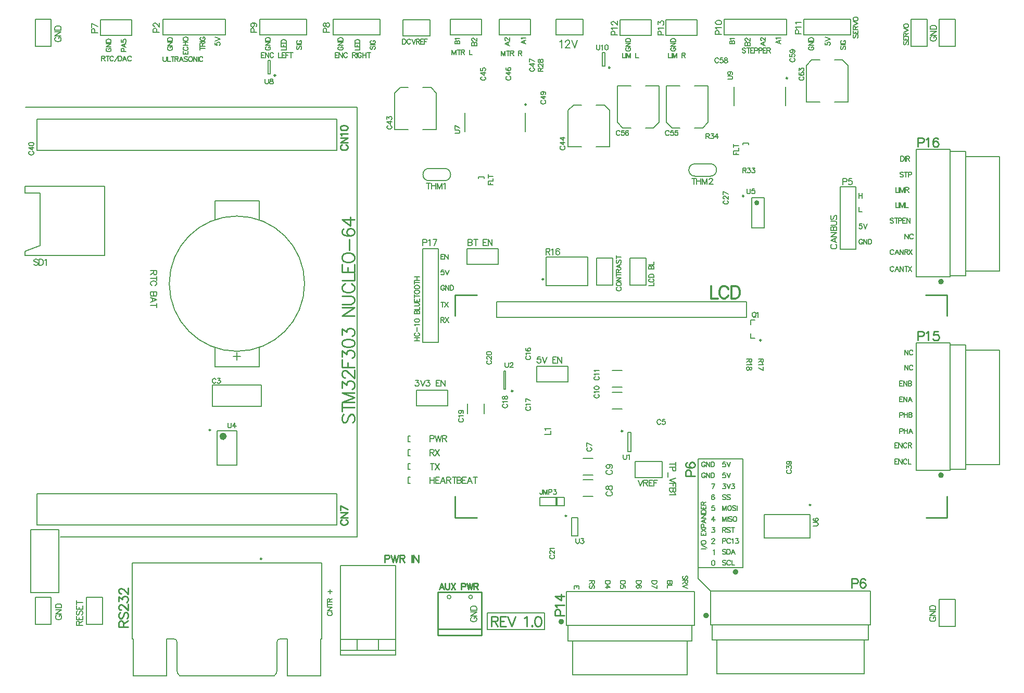
<source format=gto>
G04*
G04 #@! TF.GenerationSoftware,Altium Limited,Altium Designer,19.0.10 (269)*
G04*
G04 Layer_Color=65535*
%FSLAX43Y43*%
%MOMM*%
G71*
G01*
G75*
%ADD10C,0.250*%
%ADD11C,0.400*%
%ADD12C,0.127*%
%ADD13C,0.200*%
%ADD14C,0.600*%
%ADD15C,0.180*%
%ADD16C,0.254*%
%ADD17C,0.350*%
%ADD18R,0.400X1.300*%
D10*
X138125Y69475D02*
G03*
X138125Y69475I-125J0D01*
G01*
X131575Y136400D02*
G03*
X131575Y136400I-125J0D01*
G01*
X177825Y71250D02*
G03*
X177825Y71250I-125J0D01*
G01*
X174075Y140700D02*
G03*
X174075Y140700I-125J0D01*
G01*
X88550Y62470D02*
G03*
X88550Y62470I-125J0D01*
G01*
X169775Y98050D02*
G03*
X169775Y98050I-125J0D01*
G01*
X134385Y107980D02*
G03*
X134385Y107980I-125J0D01*
G01*
X147245Y83268D02*
G03*
X147245Y83268I-125J0D01*
G01*
X129375Y89791D02*
G03*
X129375Y89791I-125J0D01*
G01*
X80216Y83421D02*
G03*
X80216Y83421I-125J0D01*
G01*
X166950Y121505D02*
G03*
X166950Y121505I-125J0D01*
G01*
X145185Y142400D02*
G03*
X145185Y142400I-125J0D01*
G01*
X90795Y141150D02*
G03*
X90795Y141150I-125J0D01*
G01*
X125880Y53100D02*
Y51500D01*
Y53100D02*
X126566D01*
X126794Y53023D01*
X126870Y52947D01*
X126946Y52795D01*
Y52643D01*
X126870Y52490D01*
X126794Y52414D01*
X126566Y52338D01*
X125880D01*
X126413D02*
X126946Y51500D01*
X128295Y53100D02*
X127304D01*
Y51500D01*
X128295D01*
X127304Y52338D02*
X127914D01*
X128561Y53100D02*
X129171Y51500D01*
X129780Y53100D02*
X129171Y51500D01*
X131243Y52795D02*
X131395Y52871D01*
X131624Y53100D01*
Y51500D01*
X132492Y51652D02*
X132416Y51576D01*
X132492Y51500D01*
X132568Y51576D01*
X132492Y51652D01*
X133376Y53100D02*
X133147Y53023D01*
X132995Y52795D01*
X132918Y52414D01*
Y52186D01*
X132995Y51805D01*
X133147Y51576D01*
X133376Y51500D01*
X133528D01*
X133756Y51576D01*
X133909Y51805D01*
X133985Y52186D01*
Y52414D01*
X133909Y52795D01*
X133756Y53023D01*
X133528Y53100D01*
X133376D01*
D11*
X165840Y60340D02*
G03*
X165840Y60340I-250J0D01*
G01*
X161050Y53250D02*
G03*
X161050Y53250I-250J0D01*
G01*
X199250Y107590D02*
G03*
X199250Y107590I-250J0D01*
G01*
X169250Y120400D02*
G03*
X169250Y120400I-200J0D01*
G01*
X199250Y76090D02*
G03*
X199250Y76090I-250J0D01*
G01*
X137500Y52250D02*
G03*
X137500Y52250I-250J0D01*
G01*
D12*
X95500Y107250D02*
G03*
X95500Y107250I-11000J0D01*
G01*
X122800Y56270D02*
G03*
X122800Y56270I-300J0D01*
G01*
X119300D02*
G03*
X119300Y56270I-300J0D01*
G01*
X159000Y126750D02*
G03*
X159000Y124750I0J-1000D01*
G01*
X161500D02*
G03*
X161500Y126750I0J1000D01*
G01*
X115750Y126000D02*
G03*
X115750Y124000I0J-1000D01*
G01*
X118250D02*
G03*
X118250Y126000I0J1000D01*
G01*
X101300Y46850D02*
X110300D01*
X101300D02*
Y61350D01*
X110300D01*
Y46850D02*
Y61350D01*
X101300Y47600D02*
X110300D01*
X101300Y49350D02*
X110300D01*
X107550Y47600D02*
Y49350D01*
X104050Y47600D02*
Y49350D01*
X50000Y111830D02*
Y112480D01*
Y121980D02*
Y123130D01*
Y111830D02*
X63000D01*
Y123130D01*
X50000D02*
X63000D01*
X52500Y114980D02*
Y121980D01*
X50000D02*
X52500D01*
Y113480D02*
Y114980D01*
X50000Y112480D02*
X52500Y113480D01*
X140800Y147700D02*
Y150300D01*
X136400D02*
X140800D01*
X136400Y147700D02*
Y150300D01*
Y147700D02*
X140800D01*
X159500Y78700D02*
X166800D01*
X159500Y61000D02*
Y78700D01*
Y61000D02*
X166800D01*
Y78700D01*
X125250Y51000D02*
Y53670D01*
Y51000D02*
X134500D01*
Y53670D01*
X125250D02*
X134500D01*
X51000Y57000D02*
Y67250D01*
Y57000D02*
X55500D01*
Y67250D01*
X51000D02*
X55500D01*
X149300Y75700D02*
Y78300D01*
Y75700D02*
X153700D01*
Y78300D01*
X149300D02*
X153700D01*
X120000Y103000D02*
Y105400D01*
X84500Y95450D02*
X85100D01*
X83900D02*
X84500D01*
Y94850D02*
Y96050D01*
X88100Y93750D02*
Y96850D01*
X80900Y93750D02*
X88100D01*
X80900D02*
Y96850D01*
Y117650D02*
Y120750D01*
X88100Y117650D02*
Y120750D01*
X80900D02*
X88100D01*
X161550Y51750D02*
Y57250D01*
Y51750D02*
X187550D01*
Y57250D01*
X161550D02*
X187550D01*
X195000Y108340D02*
Y129140D01*
X200500D01*
Y108340D02*
Y129140D01*
X195000Y108340D02*
X200500D01*
X159000Y124750D02*
X161500D01*
X159000Y126750D02*
X161500D01*
X137750Y71140D02*
Y72440D01*
X133750Y71140D02*
X137750D01*
X133750D02*
Y72440D01*
X137750D01*
X194150Y145850D02*
Y150250D01*
X196750D01*
Y145850D02*
Y150250D01*
X194150Y145850D02*
X196750D01*
X60050Y51850D02*
Y56250D01*
X62650D01*
Y51850D02*
Y56250D01*
X60050Y51850D02*
X62650D01*
X151050Y107050D02*
Y111450D01*
X148450Y107050D02*
X151050D01*
X148450D02*
Y111450D01*
X151050D01*
X51700Y145850D02*
Y150250D01*
X54300D01*
Y145850D02*
Y150250D01*
X51700Y145850D02*
X54300D01*
X198700D02*
Y150250D01*
X201300D01*
Y145850D02*
Y150250D01*
X198700Y145850D02*
X201300D01*
X198700Y51470D02*
Y55870D01*
X201300D01*
Y51470D02*
Y55870D01*
X198700Y51470D02*
X201300D01*
X51700Y51820D02*
Y56220D01*
X54300D01*
Y51820D02*
Y56220D01*
X51700Y51820D02*
X54300D01*
X111500Y150200D02*
X115900D01*
Y147600D02*
Y150200D01*
X111500Y147600D02*
X115900D01*
X111500D02*
Y150200D01*
X145628Y107050D02*
Y111450D01*
X143028Y107050D02*
X145628D01*
X143028D02*
Y111450D01*
X145628D01*
X115750Y124000D02*
X118250D01*
X115750Y126000D02*
X118250D01*
X195000Y76840D02*
X200500D01*
Y97640D01*
X195000D02*
X200500D01*
X195000Y76840D02*
Y97640D01*
X138090Y51620D02*
Y57120D01*
Y51620D02*
X158890D01*
Y57120D01*
X138090D02*
X158890D01*
D13*
X74720Y44420D02*
G03*
X75207Y43420I1270J0D01*
G01*
X90563D02*
G03*
X91050Y44420I-783J1000D01*
G01*
X74720Y49020D02*
G03*
X74320Y49420I-400J0D01*
G01*
X91450D02*
G03*
X91050Y49020I0J-400D01*
G01*
X139975Y66175D02*
Y69175D01*
X138975Y66175D02*
Y69175D01*
Y66175D02*
X139975D01*
X138975Y69175D02*
X139975D01*
X159500Y59300D02*
X161550Y57250D01*
X159500Y59300D02*
Y61000D01*
X121600Y132000D02*
Y135000D01*
X131400Y132000D02*
Y135000D01*
X170250Y69650D02*
X177750D01*
X170250Y65850D02*
X177750D01*
Y69650D01*
X170250Y65850D02*
Y69650D01*
X113690Y89932D02*
X118770D01*
X113690Y87392D02*
Y89932D01*
Y87392D02*
X118770D01*
Y89932D01*
X133230Y93770D02*
X138310D01*
X133230Y91230D02*
Y93770D01*
Y91230D02*
X138310D01*
Y93770D01*
X114730Y112930D02*
X117270D01*
X114730Y97690D02*
X117270D01*
X114730D02*
Y112930D01*
X117270Y97690D02*
Y112930D01*
X121880Y110430D02*
Y112970D01*
X126960D01*
Y110430D02*
Y112970D01*
X121880Y110430D02*
X126960D01*
X62340Y150170D02*
X67420D01*
X62340Y147630D02*
Y150170D01*
Y147630D02*
X67420D01*
Y150170D01*
X167370Y101730D02*
Y104270D01*
X128635D02*
X167370D01*
X126730D02*
X128635D01*
X126730Y101730D02*
Y104270D01*
Y101730D02*
X167370D01*
X173750Y136300D02*
Y139300D01*
X165350Y136300D02*
Y139300D01*
X173750Y136250D02*
Y139250D01*
X165350Y136250D02*
Y139250D01*
X177100Y142750D02*
X178000Y143650D01*
X178100D01*
X183000D02*
X183900Y142750D01*
X182900Y143650D02*
X183000D01*
X181700Y136850D02*
X183900Y136850D01*
Y142750D01*
X181700Y143650D02*
X182900D01*
X178100D02*
X179300D01*
X177100Y136850D02*
X177100Y142750D01*
X177100Y136850D02*
X179300D01*
X121975Y86087D02*
Y87687D01*
X124675Y86087D02*
Y87687D01*
X98285Y49420D02*
Y61820D01*
X67485Y49420D02*
Y61820D01*
X67485D02*
X98285D01*
X91050Y44420D02*
Y49020D01*
X74720Y44420D02*
Y49020D01*
X67676Y43420D02*
Y49420D01*
X92666Y43420D02*
Y49420D01*
X98094Y43420D02*
Y49420D01*
X75207Y43420D02*
X90563D01*
X92666D02*
X98094D01*
X67676D02*
X73104D01*
X73104Y43420D02*
Y49420D01*
X67485D02*
X67676D01*
X73104D02*
X74320D01*
X98094D02*
X98285D01*
X91450D02*
X92666D01*
X162550Y49250D02*
X186550D01*
Y43750D02*
Y49250D01*
X162550Y43750D02*
X186550D01*
X162550D02*
Y49250D01*
X161780D02*
Y51750D01*
Y49250D02*
X187180D01*
Y51750D01*
X161780D02*
X187180D01*
X163720Y147780D02*
Y150320D01*
X173880D01*
X163720Y147780D02*
X173880D01*
Y150320D01*
X184310Y147730D02*
Y150270D01*
X176690Y147730D02*
X184310D01*
X176690D02*
Y150270D01*
X184310D01*
X200500Y108570D02*
Y128740D01*
X203000D01*
Y108570D02*
Y128740D01*
X200500Y108570D02*
X203000D01*
Y109340D02*
X208500D01*
Y127940D01*
X203000D02*
X208500D01*
X203000Y109340D02*
Y127940D01*
X112350Y82500D02*
X112650D01*
X112350Y81500D02*
X112650D01*
X112350D02*
Y82500D01*
X168050Y100550D02*
Y101350D01*
X168750D01*
X168050Y98350D02*
Y99150D01*
Y98350D02*
X168750D01*
X141575Y106905D02*
Y111595D01*
X134745Y106905D02*
Y111595D01*
X141575D01*
X134745Y106905D02*
X141575D01*
X148070Y83018D02*
X148570D01*
X148070Y79918D02*
X148570D01*
X148070D02*
Y83018D01*
X148570Y79918D02*
Y83018D01*
X127900Y90116D02*
X128200D01*
X127900Y93016D02*
X128200D01*
Y90116D02*
Y93016D01*
X127900Y90116D02*
Y93016D01*
X81285Y77706D02*
Y83294D01*
X84485Y77706D02*
Y83294D01*
X81285Y77706D02*
X84485D01*
X81285Y83294D02*
X84485D01*
X168250Y116300D02*
Y121200D01*
X170250Y116300D02*
Y121200D01*
X168250D02*
X170250D01*
X168250Y116300D02*
X170250D01*
X143950Y142650D02*
Y144850D01*
X144330Y142650D02*
Y144850D01*
X143950D02*
X144330D01*
X143950Y142650D02*
X144330D01*
X51990Y73060D02*
X100740D01*
X51990Y67980D02*
X100740D01*
X51990D02*
Y73060D01*
X100740Y67980D02*
Y73060D01*
X100740Y128980D02*
Y134060D01*
X51990Y128980D02*
Y134060D01*
Y128980D02*
X100740D01*
X51990Y134060D02*
X100740D01*
X145520Y93100D02*
X147120D01*
X145520Y90400D02*
X147120D01*
X145520Y89600D02*
X147120D01*
X145520Y86900D02*
X147120D01*
X140770Y76150D02*
X142370D01*
X140770Y78850D02*
X142370D01*
X140770Y72650D02*
X142370D01*
X140770Y75350D02*
X142370D01*
X152250Y132600D02*
X153150Y133500D01*
X152150Y132600D02*
X152250D01*
X146350Y133500D02*
X147250Y132600D01*
X147350D01*
X146350Y139400D02*
X148550Y139400D01*
X146350Y133500D02*
Y139400D01*
X147350Y132600D02*
X148550D01*
X150950D02*
X152150D01*
X153150Y133500D02*
X153150Y139400D01*
X150950D02*
X153150D01*
X160250Y132600D02*
X161150Y133500D01*
X160150Y132600D02*
X160250D01*
X154350Y133500D02*
X155250Y132600D01*
X155350D01*
X154350Y139400D02*
X156550Y139400D01*
X154350Y133500D02*
Y139400D01*
X155350Y132600D02*
X156550D01*
X158950D02*
X160150D01*
X161150Y133500D02*
X161150Y139400D01*
X158950D02*
X161150D01*
X138350Y135450D02*
X139250Y136350D01*
X139350D01*
X144250D02*
X145150Y135450D01*
X144150Y136350D02*
X144250D01*
X142950Y129550D02*
X145150Y129550D01*
Y135450D01*
X142950Y136350D02*
X144150D01*
X139350D02*
X140550D01*
X138350Y129550D02*
X138350Y135450D01*
X138350Y129550D02*
X140550D01*
X110150Y138250D02*
X111050Y139150D01*
X111150D01*
X116050D02*
X116950Y138250D01*
X115950Y139150D02*
X116050D01*
X114750Y132350D02*
X116950Y132350D01*
Y138250D01*
X114750Y139150D02*
X115950D01*
X111150D02*
X112350D01*
X110150Y132350D02*
X110150Y138250D01*
X110150Y132350D02*
X112350D01*
X89560Y141400D02*
X89940D01*
X89560Y143600D02*
X89940D01*
Y141400D02*
Y143600D01*
X89560Y141400D02*
Y143600D01*
X203000Y77840D02*
Y96440D01*
X208500D01*
Y77840D02*
Y96440D01*
X203000Y77840D02*
X208500D01*
X200500Y77070D02*
X203000D01*
Y97240D01*
X200500D02*
X203000D01*
X200500Y77070D02*
Y97240D01*
X139090Y49120D02*
X157690D01*
Y43620D02*
Y49120D01*
X139090Y43620D02*
X157690D01*
X139090D02*
Y49120D01*
X138320D02*
Y51620D01*
Y49120D02*
X158490D01*
Y51620D01*
X138320D02*
X158490D01*
X159340Y147630D02*
Y150170D01*
X154260Y147630D02*
X159340D01*
X154260D02*
Y150170D01*
X159340D01*
X151880Y147630D02*
Y150170D01*
X146800Y147630D02*
X151880D01*
X146800D02*
Y150170D01*
X151880D01*
X88211Y147730D02*
X95831D01*
Y150270D01*
X88211D02*
X95831D01*
X88211Y147730D02*
Y150270D01*
X100190Y147730D02*
X107810D01*
Y150270D01*
X100190D02*
X107810D01*
X100190Y147730D02*
Y150270D01*
X182630Y112860D02*
X185170D01*
X182630D02*
Y123020D01*
X185170Y112860D02*
Y123020D01*
X182630D02*
X185170D01*
X72440Y147780D02*
Y150320D01*
X82600D01*
X72440Y147780D02*
X82600D01*
Y150320D01*
X166750Y130150D02*
X167750D01*
X166750Y129850D02*
Y130150D01*
X167750Y129850D02*
Y130150D01*
X123750Y124650D02*
X124750D01*
X123750Y124350D02*
Y124650D01*
X124750Y124350D02*
Y124650D01*
X112350Y77000D02*
Y78000D01*
Y77000D02*
X112650D01*
X112350Y78000D02*
X112650D01*
X112350Y79250D02*
Y80250D01*
Y79250D02*
X112650D01*
X112350Y80250D02*
X112650D01*
X124270Y147730D02*
Y150270D01*
X119190Y147730D02*
X124270D01*
X119190D02*
Y150270D01*
X124270D01*
X127190Y147730D02*
Y150270D01*
X132270D01*
Y147730D02*
Y150270D01*
X127190Y147730D02*
X132270D01*
X112350Y74750D02*
Y75750D01*
Y74750D02*
X112650D01*
X112350Y75750D02*
X112650D01*
X137000Y146621D02*
X137114Y146678D01*
X137286Y146850D01*
Y145650D01*
X137937Y146564D02*
Y146621D01*
X137994Y146735D01*
X138051Y146793D01*
X138165Y146850D01*
X138394D01*
X138508Y146793D01*
X138565Y146735D01*
X138622Y146621D01*
Y146507D01*
X138565Y146393D01*
X138451Y146221D01*
X137880Y145650D01*
X138680D01*
X138948Y146850D02*
X139405Y145650D01*
X139862Y146850D02*
X139405Y145650D01*
D14*
X82550Y82405D02*
G03*
X82550Y82405I-300J0D01*
G01*
D15*
X80500Y90750D02*
X84500D01*
X80500Y87250D02*
Y90750D01*
Y87250D02*
X88500D01*
Y90750D01*
X84500D02*
X88500D01*
X104050Y66000D02*
Y136000D01*
X50100D02*
X104050D01*
X55750Y66000D02*
X104050Y66000D01*
X118175Y112030D02*
X117680D01*
Y111230D01*
X118175D01*
X117680Y111649D02*
X117985D01*
X118308Y112030D02*
Y111230D01*
Y112030D02*
X118842Y111230D01*
Y112030D02*
Y111230D01*
X75770Y145075D02*
Y144580D01*
X76570D01*
Y145075D01*
X76151Y144580D02*
Y144885D01*
X75961Y145780D02*
X75884Y145742D01*
X75808Y145665D01*
X75770Y145589D01*
Y145437D01*
X75808Y145361D01*
X75884Y145285D01*
X75961Y145247D01*
X76075Y145208D01*
X76265D01*
X76380Y145247D01*
X76456Y145285D01*
X76532Y145361D01*
X76570Y145437D01*
Y145589D01*
X76532Y145665D01*
X76456Y145742D01*
X76380Y145780D01*
X75770Y146004D02*
X76570D01*
X75770Y146538D02*
X76570D01*
X76151Y146004D02*
Y146538D01*
X75770Y146987D02*
X75808Y146911D01*
X75884Y146835D01*
X75961Y146797D01*
X76075Y146759D01*
X76265D01*
X76380Y146797D01*
X76456Y146835D01*
X76532Y146911D01*
X76570Y146987D01*
Y147139D01*
X76532Y147216D01*
X76456Y147292D01*
X76380Y147330D01*
X76265Y147368D01*
X76075D01*
X75961Y147330D01*
X75884Y147292D01*
X75808Y147216D01*
X75770Y147139D01*
Y146987D01*
X186137Y116980D02*
X185756D01*
X185718Y116637D01*
X185756Y116675D01*
X185870Y116713D01*
X185985D01*
X186099Y116675D01*
X186175Y116599D01*
X186213Y116485D01*
Y116409D01*
X186175Y116294D01*
X186099Y116218D01*
X185985Y116180D01*
X185870D01*
X185756Y116218D01*
X185718Y116256D01*
X185680Y116332D01*
X186392Y116980D02*
X186697Y116180D01*
X187002Y116980D02*
X186697Y116180D01*
X113370Y97930D02*
X114170D01*
X113370Y98463D02*
X114170D01*
X113751Y97930D02*
Y98463D01*
X113561Y99255D02*
X113484Y99217D01*
X113408Y99141D01*
X113370Y99065D01*
Y98913D01*
X113408Y98836D01*
X113484Y98760D01*
X113561Y98722D01*
X113675Y98684D01*
X113865D01*
X113980Y98722D01*
X114056Y98760D01*
X114132Y98836D01*
X114170Y98913D01*
Y99065D01*
X114132Y99141D01*
X114056Y99217D01*
X113980Y99255D01*
X113827Y99480D02*
Y100166D01*
X113523Y100402D02*
X113484Y100478D01*
X113370Y100592D01*
X114170D01*
X113370Y101217D02*
X113408Y101103D01*
X113523Y101026D01*
X113713Y100988D01*
X113827D01*
X114018Y101026D01*
X114132Y101103D01*
X114170Y101217D01*
Y101293D01*
X114132Y101407D01*
X114018Y101484D01*
X113827Y101522D01*
X113713D01*
X113523Y101484D01*
X113408Y101407D01*
X113370Y101293D01*
Y101217D01*
Y102329D02*
X114170D01*
X113370D02*
Y102672D01*
X113408Y102786D01*
X113446Y102824D01*
X113523Y102862D01*
X113599D01*
X113675Y102824D01*
X113713Y102786D01*
X113751Y102672D01*
Y102329D02*
Y102672D01*
X113789Y102786D01*
X113827Y102824D01*
X113903Y102862D01*
X114018D01*
X114094Y102824D01*
X114132Y102786D01*
X114170Y102672D01*
Y102329D01*
X113370Y103041D02*
X114170D01*
Y103498D01*
X113370Y103586D02*
X113941D01*
X114056Y103624D01*
X114132Y103700D01*
X114170Y103814D01*
Y103891D01*
X114132Y104005D01*
X114056Y104081D01*
X113941Y104119D01*
X113370D01*
Y104835D02*
Y104340D01*
X114170D01*
Y104835D01*
X113751Y104340D02*
Y104645D01*
X113370Y105235D02*
X114170D01*
X113370Y104968D02*
Y105502D01*
Y105825D02*
X113408Y105749D01*
X113484Y105673D01*
X113561Y105635D01*
X113675Y105597D01*
X113865D01*
X113980Y105635D01*
X114056Y105673D01*
X114132Y105749D01*
X114170Y105825D01*
Y105978D01*
X114132Y106054D01*
X114056Y106130D01*
X113980Y106168D01*
X113865Y106206D01*
X113675D01*
X113561Y106168D01*
X113484Y106130D01*
X113408Y106054D01*
X113370Y105978D01*
Y105825D01*
Y106621D02*
X113408Y106545D01*
X113484Y106469D01*
X113561Y106431D01*
X113675Y106393D01*
X113865D01*
X113980Y106431D01*
X114056Y106469D01*
X114132Y106545D01*
X114170Y106621D01*
Y106774D01*
X114132Y106850D01*
X114056Y106926D01*
X113980Y106964D01*
X113865Y107002D01*
X113675D01*
X113561Y106964D01*
X113484Y106926D01*
X113408Y106850D01*
X113370Y106774D01*
Y106621D01*
Y107456D02*
X114170D01*
X113370Y107189D02*
Y107722D01*
Y107817D02*
X114170D01*
X113370Y108351D02*
X114170D01*
X113751Y107817D02*
Y108351D01*
X117680Y101730D02*
Y100930D01*
Y101730D02*
X118023D01*
X118137Y101692D01*
X118175Y101654D01*
X118213Y101577D01*
Y101501D01*
X118175Y101425D01*
X118137Y101387D01*
X118023Y101349D01*
X117680D01*
X117947D02*
X118213Y100930D01*
X118392Y101730D02*
X118925Y100930D01*
Y101730D02*
X118392Y100930D01*
X160006Y64080D02*
X160805D01*
X160920Y64248D02*
X160006Y64781D01*
Y65063D02*
X160044Y64986D01*
X160120Y64910D01*
X160196Y64872D01*
X160310Y64834D01*
X160501D01*
X160615Y64872D01*
X160691Y64910D01*
X160767Y64986D01*
X160805Y65063D01*
Y65215D01*
X160767Y65291D01*
X160691Y65367D01*
X160615Y65405D01*
X160501Y65444D01*
X160310D01*
X160196Y65405D01*
X160120Y65367D01*
X160044Y65291D01*
X160006Y65215D01*
Y65063D01*
Y66754D02*
Y66259D01*
X160805D01*
Y66754D01*
X160386Y66259D02*
Y66563D01*
X160006Y66887D02*
X160805Y67420D01*
X160006D02*
X160805Y66887D01*
X160425Y67599D02*
Y67942D01*
X160386Y68056D01*
X160348Y68094D01*
X160272Y68132D01*
X160158D01*
X160082Y68094D01*
X160044Y68056D01*
X160006Y67942D01*
Y67599D01*
X160805D01*
Y68921D02*
X160006Y68616D01*
X160805Y68311D01*
X160539Y68426D02*
Y68807D01*
X160006Y69107D02*
X160805D01*
X160006D02*
X160805Y69641D01*
X160006D02*
X160805D01*
X160006Y69862D02*
X160805D01*
X160006D02*
Y70128D01*
X160044Y70242D01*
X160120Y70319D01*
X160196Y70357D01*
X160310Y70395D01*
X160501D01*
X160615Y70357D01*
X160691Y70319D01*
X160767Y70242D01*
X160805Y70128D01*
Y69862D01*
X160006Y71069D02*
Y70574D01*
X160805D01*
Y71069D01*
X160386Y70574D02*
Y70879D01*
X160006Y71202D02*
X160805D01*
X160006D02*
Y71545D01*
X160044Y71659D01*
X160082Y71697D01*
X160158Y71736D01*
X160234D01*
X160310Y71697D01*
X160348Y71659D01*
X160386Y71545D01*
Y71202D01*
Y71469D02*
X160805Y71736D01*
X78520Y145555D02*
X79320D01*
X78520Y145288D02*
Y145822D01*
Y145917D02*
X79320D01*
X78520D02*
Y146260D01*
X78558Y146374D01*
X78596Y146412D01*
X78673Y146450D01*
X78749D01*
X78825Y146412D01*
X78863Y146374D01*
X78901Y146260D01*
Y145917D01*
Y146183D02*
X79320Y146450D01*
X78520Y146629D02*
X79320D01*
X78711Y147368D02*
X78634Y147330D01*
X78558Y147254D01*
X78520Y147178D01*
Y147025D01*
X78558Y146949D01*
X78634Y146873D01*
X78711Y146835D01*
X78825Y146797D01*
X79015D01*
X79130Y146835D01*
X79206Y146873D01*
X79282Y146949D01*
X79320Y147025D01*
Y147178D01*
X79282Y147254D01*
X79206Y147330D01*
X79130Y147368D01*
X79015D01*
Y147178D02*
Y147368D01*
X186251Y114289D02*
X186213Y114366D01*
X186137Y114442D01*
X186061Y114480D01*
X185909D01*
X185832Y114442D01*
X185756Y114366D01*
X185718Y114289D01*
X185680Y114175D01*
Y113985D01*
X185718Y113870D01*
X185756Y113794D01*
X185832Y113718D01*
X185909Y113680D01*
X186061D01*
X186137Y113718D01*
X186213Y113794D01*
X186251Y113870D01*
Y113985D01*
X186061D02*
X186251D01*
X186434Y114480D02*
Y113680D01*
Y114480D02*
X186967Y113680D01*
Y114480D02*
Y113680D01*
X187188Y114480D02*
Y113680D01*
Y114480D02*
X187455D01*
X187569Y114442D01*
X187645Y114366D01*
X187683Y114289D01*
X187721Y114175D01*
Y113985D01*
X187683Y113870D01*
X187645Y113794D01*
X187569Y113718D01*
X187455Y113680D01*
X187188D01*
X118251Y106789D02*
X118213Y106866D01*
X118137Y106942D01*
X118061Y106980D01*
X117909D01*
X117832Y106942D01*
X117756Y106866D01*
X117718Y106789D01*
X117680Y106675D01*
Y106485D01*
X117718Y106370D01*
X117756Y106294D01*
X117832Y106218D01*
X117909Y106180D01*
X118061D01*
X118137Y106218D01*
X118213Y106294D01*
X118251Y106370D01*
Y106485D01*
X118061D02*
X118251D01*
X118434Y106980D02*
Y106180D01*
Y106980D02*
X118967Y106180D01*
Y106980D02*
Y106180D01*
X119188Y106980D02*
Y106180D01*
Y106980D02*
X119455D01*
X119569Y106942D01*
X119645Y106866D01*
X119683Y106789D01*
X119721Y106675D01*
Y106485D01*
X119683Y106370D01*
X119645Y106294D01*
X119569Y106218D01*
X119455Y106180D01*
X119188D01*
X117947Y104230D02*
Y103430D01*
X117680Y104230D02*
X118213D01*
X118308D02*
X118842Y103430D01*
Y104230D02*
X118308Y103430D01*
X118137Y109480D02*
X117756D01*
X117718Y109137D01*
X117756Y109175D01*
X117870Y109213D01*
X117985D01*
X118099Y109175D01*
X118175Y109099D01*
X118213Y108985D01*
Y108909D01*
X118175Y108794D01*
X118099Y108718D01*
X117985Y108680D01*
X117870D01*
X117756Y108718D01*
X117718Y108756D01*
X117680Y108832D01*
X118392Y109480D02*
X118697Y108680D01*
X119002Y109480D02*
X118697Y108680D01*
X185680Y119730D02*
Y118930D01*
X186137D01*
X185680Y121980D02*
Y121180D01*
X186213Y121980D02*
Y121180D01*
X185680Y121599D02*
X186213D01*
X181308Y113644D02*
X181213Y113597D01*
X181118Y113501D01*
X181070Y113406D01*
Y113216D01*
X181118Y113120D01*
X181213Y113025D01*
X181308Y112978D01*
X181451Y112930D01*
X181689D01*
X181832Y112978D01*
X181927Y113025D01*
X182022Y113120D01*
X182070Y113216D01*
Y113406D01*
X182022Y113501D01*
X181927Y113597D01*
X181832Y113644D01*
X182070Y114687D02*
X181070Y114306D01*
X182070Y113925D01*
X181737Y114068D02*
Y114544D01*
X181070Y114920D02*
X182070D01*
X181070D02*
X182070Y115587D01*
X181070D02*
X182070D01*
X181070Y115863D02*
X182070D01*
X181070D02*
Y116291D01*
X181118Y116434D01*
X181165Y116482D01*
X181261Y116529D01*
X181356D01*
X181451Y116482D01*
X181499Y116434D01*
X181546Y116291D01*
Y115863D02*
Y116291D01*
X181594Y116434D01*
X181642Y116482D01*
X181737Y116529D01*
X181880D01*
X181975Y116482D01*
X182022Y116434D01*
X182070Y116291D01*
Y115863D01*
X181070Y116753D02*
X181784D01*
X181927Y116801D01*
X182022Y116896D01*
X182070Y117039D01*
Y117134D01*
X182022Y117277D01*
X181927Y117372D01*
X181784Y117420D01*
X181070D01*
X181213Y118362D02*
X181118Y118267D01*
X181070Y118124D01*
Y117934D01*
X181118Y117791D01*
X181213Y117696D01*
X181308D01*
X181403Y117743D01*
X181451Y117791D01*
X181499Y117886D01*
X181594Y118172D01*
X181642Y118267D01*
X181689Y118315D01*
X181784Y118362D01*
X181927D01*
X182022Y118267D01*
X182070Y118124D01*
Y117934D01*
X182022Y117791D01*
X181927Y117696D01*
X163931Y78225D02*
X163550D01*
X163512Y77882D01*
X163550Y77920D01*
X163664Y77958D01*
X163779D01*
X163893Y77920D01*
X163969Y77844D01*
X164007Y77730D01*
Y77654D01*
X163969Y77539D01*
X163893Y77463D01*
X163779Y77425D01*
X163664D01*
X163550Y77463D01*
X163512Y77501D01*
X163474Y77577D01*
X164186Y78225D02*
X164491Y77425D01*
X164795Y78225D02*
X164491Y77425D01*
X163931Y76447D02*
X163550D01*
X163512Y76104D01*
X163550Y76142D01*
X163664Y76180D01*
X163779D01*
X163893Y76142D01*
X163969Y76066D01*
X164007Y75952D01*
Y75876D01*
X163969Y75761D01*
X163893Y75685D01*
X163779Y75647D01*
X163664D01*
X163550Y75685D01*
X163512Y75723D01*
X163474Y75800D01*
X164186Y76447D02*
X164491Y75647D01*
X164795Y76447D02*
X164491Y75647D01*
X163550Y74669D02*
X163969D01*
X163740Y74365D01*
X163855D01*
X163931Y74326D01*
X163969Y74288D01*
X164007Y74174D01*
Y74098D01*
X163969Y73984D01*
X163893Y73908D01*
X163779Y73869D01*
X163664D01*
X163550Y73908D01*
X163512Y73946D01*
X163474Y74022D01*
X164186Y74669D02*
X164491Y73869D01*
X164795Y74669D02*
X164491Y73869D01*
X164974Y74669D02*
X165393D01*
X165165Y74365D01*
X165279D01*
X165355Y74326D01*
X165393Y74288D01*
X165431Y74174D01*
Y74098D01*
X165393Y73984D01*
X165317Y73908D01*
X165203Y73869D01*
X165089D01*
X164974Y73908D01*
X164936Y73946D01*
X164898Y74022D01*
X164007Y62111D02*
X163931Y62187D01*
X163817Y62225D01*
X163664D01*
X163550Y62187D01*
X163474Y62111D01*
Y62034D01*
X163512Y61958D01*
X163550Y61920D01*
X163626Y61882D01*
X163855Y61806D01*
X163931Y61768D01*
X163969Y61730D01*
X164007Y61654D01*
Y61539D01*
X163931Y61463D01*
X163817Y61425D01*
X163664D01*
X163550Y61463D01*
X163474Y61539D01*
X164757Y62034D02*
X164719Y62111D01*
X164643Y62187D01*
X164567Y62225D01*
X164415D01*
X164338Y62187D01*
X164262Y62111D01*
X164224Y62034D01*
X164186Y61920D01*
Y61730D01*
X164224Y61615D01*
X164262Y61539D01*
X164338Y61463D01*
X164415Y61425D01*
X164567D01*
X164643Y61463D01*
X164719Y61539D01*
X164757Y61615D01*
X164982Y62225D02*
Y61425D01*
X165439D01*
X164007Y63888D02*
X163931Y63965D01*
X163817Y64003D01*
X163664D01*
X163550Y63965D01*
X163474Y63888D01*
Y63812D01*
X163512Y63736D01*
X163550Y63698D01*
X163626Y63660D01*
X163855Y63584D01*
X163931Y63546D01*
X163969Y63507D01*
X164007Y63431D01*
Y63317D01*
X163931Y63241D01*
X163817Y63203D01*
X163664D01*
X163550Y63241D01*
X163474Y63317D01*
X164186Y64003D02*
Y63203D01*
Y64003D02*
X164453D01*
X164567Y63965D01*
X164643Y63888D01*
X164681Y63812D01*
X164719Y63698D01*
Y63507D01*
X164681Y63393D01*
X164643Y63317D01*
X164567Y63241D01*
X164453Y63203D01*
X164186D01*
X165508D02*
X165203Y64003D01*
X164898Y63203D01*
X165013Y63469D02*
X165393D01*
X163474Y65361D02*
X163817D01*
X163931Y65400D01*
X163969Y65438D01*
X164007Y65514D01*
Y65628D01*
X163969Y65704D01*
X163931Y65742D01*
X163817Y65780D01*
X163474D01*
Y64981D01*
X164757Y65590D02*
X164719Y65666D01*
X164643Y65742D01*
X164567Y65780D01*
X164415D01*
X164338Y65742D01*
X164262Y65666D01*
X164224Y65590D01*
X164186Y65476D01*
Y65285D01*
X164224Y65171D01*
X164262Y65095D01*
X164338Y65019D01*
X164415Y64981D01*
X164567D01*
X164643Y65019D01*
X164719Y65095D01*
X164757Y65171D01*
X164982Y65628D02*
X165058Y65666D01*
X165172Y65780D01*
Y64981D01*
X165645Y65780D02*
X166064D01*
X165835Y65476D01*
X165949D01*
X166026Y65438D01*
X166064Y65400D01*
X166102Y65285D01*
Y65209D01*
X166064Y65095D01*
X165988Y65019D01*
X165873Y64981D01*
X165759D01*
X165645Y65019D01*
X165607Y65057D01*
X165569Y65133D01*
X164007Y72777D02*
X163931Y72853D01*
X163817Y72891D01*
X163664D01*
X163550Y72853D01*
X163474Y72777D01*
Y72701D01*
X163512Y72625D01*
X163550Y72587D01*
X163626Y72549D01*
X163855Y72473D01*
X163931Y72434D01*
X163969Y72396D01*
X164007Y72320D01*
Y72206D01*
X163931Y72130D01*
X163817Y72092D01*
X163664D01*
X163550Y72130D01*
X163474Y72206D01*
X164719Y72777D02*
X164643Y72853D01*
X164529Y72891D01*
X164376D01*
X164262Y72853D01*
X164186Y72777D01*
Y72701D01*
X164224Y72625D01*
X164262Y72587D01*
X164338Y72549D01*
X164567Y72473D01*
X164643Y72434D01*
X164681Y72396D01*
X164719Y72320D01*
Y72206D01*
X164643Y72130D01*
X164529Y72092D01*
X164376D01*
X164262Y72130D01*
X164186Y72206D01*
X163474Y71114D02*
Y70314D01*
Y71114D02*
X163779Y70314D01*
X164083Y71114D02*
X163779Y70314D01*
X164083Y71114D02*
Y70314D01*
X164540Y71114D02*
X164464Y71076D01*
X164388Y70999D01*
X164350Y70923D01*
X164312Y70809D01*
Y70619D01*
X164350Y70504D01*
X164388Y70428D01*
X164464Y70352D01*
X164540Y70314D01*
X164693D01*
X164769Y70352D01*
X164845Y70428D01*
X164883Y70504D01*
X164921Y70619D01*
Y70809D01*
X164883Y70923D01*
X164845Y70999D01*
X164769Y71076D01*
X164693Y71114D01*
X164540D01*
X165641Y70999D02*
X165565Y71076D01*
X165451Y71114D01*
X165298D01*
X165184Y71076D01*
X165108Y70999D01*
Y70923D01*
X165146Y70847D01*
X165184Y70809D01*
X165260Y70771D01*
X165489Y70695D01*
X165565Y70657D01*
X165603Y70619D01*
X165641Y70542D01*
Y70428D01*
X165565Y70352D01*
X165451Y70314D01*
X165298D01*
X165184Y70352D01*
X165108Y70428D01*
X165820Y71114D02*
Y70314D01*
X163474Y69336D02*
Y68536D01*
Y69336D02*
X163779Y68536D01*
X164083Y69336D02*
X163779Y68536D01*
X164083Y69336D02*
Y68536D01*
X164312Y69336D02*
Y68536D01*
X165013Y69222D02*
X164936Y69298D01*
X164822Y69336D01*
X164670D01*
X164555Y69298D01*
X164479Y69222D01*
Y69146D01*
X164517Y69069D01*
X164555Y69031D01*
X164632Y68993D01*
X164860Y68917D01*
X164936Y68879D01*
X164974Y68841D01*
X165013Y68765D01*
Y68650D01*
X164936Y68574D01*
X164822Y68536D01*
X164670D01*
X164555Y68574D01*
X164479Y68650D01*
X165420Y69336D02*
X165344Y69298D01*
X165268Y69222D01*
X165230Y69146D01*
X165192Y69031D01*
Y68841D01*
X165230Y68727D01*
X165268Y68650D01*
X165344Y68574D01*
X165420Y68536D01*
X165572D01*
X165649Y68574D01*
X165725Y68650D01*
X165763Y68727D01*
X165801Y68841D01*
Y69031D01*
X165763Y69146D01*
X165725Y69222D01*
X165649Y69298D01*
X165572Y69336D01*
X165420D01*
X163474Y67558D02*
Y66758D01*
Y67558D02*
X163817D01*
X163931Y67520D01*
X163969Y67482D01*
X164007Y67406D01*
Y67330D01*
X163969Y67253D01*
X163931Y67215D01*
X163817Y67177D01*
X163474D01*
X163740D02*
X164007Y66758D01*
X164719Y67444D02*
X164643Y67520D01*
X164529Y67558D01*
X164376D01*
X164262Y67520D01*
X164186Y67444D01*
Y67368D01*
X164224Y67292D01*
X164262Y67253D01*
X164338Y67215D01*
X164567Y67139D01*
X164643Y67101D01*
X164681Y67063D01*
X164719Y66987D01*
Y66873D01*
X164643Y66796D01*
X164529Y66758D01*
X164376D01*
X164262Y66796D01*
X164186Y66873D01*
X165165Y67558D02*
Y66758D01*
X164898Y67558D02*
X165431D01*
X160668Y76281D02*
X160630Y76357D01*
X160554Y76433D01*
X160478Y76472D01*
X160325D01*
X160249Y76433D01*
X160173Y76357D01*
X160135Y76281D01*
X160097Y76167D01*
Y75976D01*
X160135Y75862D01*
X160173Y75786D01*
X160249Y75710D01*
X160325Y75672D01*
X160478D01*
X160554Y75710D01*
X160630Y75786D01*
X160668Y75862D01*
Y75976D01*
X160478D02*
X160668D01*
X160851Y76472D02*
Y75672D01*
Y76472D02*
X161384Y75672D01*
Y76472D02*
Y75672D01*
X161605Y76472D02*
Y75672D01*
Y76472D02*
X161872D01*
X161986Y76433D01*
X162062Y76357D01*
X162100Y76281D01*
X162138Y76167D01*
Y75976D01*
X162100Y75862D01*
X162062Y75786D01*
X161986Y75710D01*
X161872Y75672D01*
X161605D01*
X160668Y78064D02*
X160630Y78141D01*
X160554Y78217D01*
X160478Y78255D01*
X160325D01*
X160249Y78217D01*
X160173Y78141D01*
X160135Y78064D01*
X160097Y77950D01*
Y77760D01*
X160135Y77645D01*
X160173Y77569D01*
X160249Y77493D01*
X160325Y77455D01*
X160478D01*
X160554Y77493D01*
X160630Y77569D01*
X160668Y77645D01*
Y77760D01*
X160478D02*
X160668D01*
X160851Y78255D02*
Y77455D01*
Y78255D02*
X161384Y77455D01*
Y78255D02*
Y77455D01*
X161605Y78255D02*
Y77455D01*
Y78255D02*
X161872D01*
X161986Y78217D01*
X162062Y78141D01*
X162100Y78064D01*
X162138Y77950D01*
Y77760D01*
X162100Y77645D01*
X162062Y77569D01*
X161986Y77493D01*
X161872Y77455D01*
X161605D01*
X162153Y72791D02*
X162115Y72867D01*
X162001Y72905D01*
X161925D01*
X161810Y72867D01*
X161734Y72753D01*
X161696Y72562D01*
Y72372D01*
X161734Y72219D01*
X161810Y72143D01*
X161925Y72105D01*
X161963D01*
X162077Y72143D01*
X162153Y72219D01*
X162191Y72334D01*
Y72372D01*
X162153Y72486D01*
X162077Y72562D01*
X161963Y72600D01*
X161925D01*
X161810Y72562D01*
X161734Y72486D01*
X161696Y72372D01*
X162229Y74688D02*
X161849Y73888D01*
X161696Y74688D02*
X162229D01*
X162153Y71122D02*
X161772D01*
X161734Y70779D01*
X161772Y70817D01*
X161887Y70855D01*
X162001D01*
X162115Y70817D01*
X162191Y70741D01*
X162229Y70626D01*
Y70550D01*
X162191Y70436D01*
X162115Y70360D01*
X162001Y70322D01*
X161887D01*
X161772Y70360D01*
X161734Y70398D01*
X161696Y70474D01*
X161925Y62205D02*
X161810Y62167D01*
X161734Y62053D01*
X161696Y61862D01*
Y61748D01*
X161734Y61557D01*
X161810Y61443D01*
X161925Y61405D01*
X162001D01*
X162115Y61443D01*
X162191Y61557D01*
X162229Y61748D01*
Y61862D01*
X162191Y62053D01*
X162115Y62167D01*
X162001Y62205D01*
X161925D01*
X162077Y69338D02*
X161696Y68805D01*
X162268D01*
X162077Y69338D02*
Y68538D01*
X161772Y67555D02*
X162191D01*
X161963Y67250D01*
X162077D01*
X162153Y67212D01*
X162191Y67174D01*
X162229Y67060D01*
Y66984D01*
X162191Y66869D01*
X162115Y66793D01*
X162001Y66755D01*
X161887D01*
X161772Y66793D01*
X161734Y66831D01*
X161696Y66907D01*
X161734Y65581D02*
Y65619D01*
X161772Y65695D01*
X161810Y65733D01*
X161887Y65772D01*
X162039D01*
X162115Y65733D01*
X162153Y65695D01*
X162191Y65619D01*
Y65543D01*
X162153Y65467D01*
X162077Y65353D01*
X161696Y64972D01*
X162229D01*
X161963Y63836D02*
X162039Y63874D01*
X162153Y63988D01*
Y63188D01*
X140150Y57605D02*
Y58101D01*
X139350D01*
Y57605D01*
X139769Y58101D02*
Y57796D01*
X142650Y58900D02*
X141850D01*
X142650D02*
Y58557D01*
X142612Y58443D01*
X142574Y58405D01*
X142497Y58367D01*
X142421D01*
X142345Y58405D01*
X142307Y58443D01*
X142269Y58557D01*
Y58900D01*
Y58634D02*
X141850Y58367D01*
X142536Y57655D02*
X142612Y57731D01*
X142650Y57845D01*
Y57998D01*
X142612Y58112D01*
X142536Y58188D01*
X142459D01*
X142383Y58150D01*
X142345Y58112D01*
X142307Y58036D01*
X142231Y57807D01*
X142193Y57731D01*
X142155Y57693D01*
X142079Y57655D01*
X141964D01*
X141888Y57731D01*
X141850Y57845D01*
Y57998D01*
X141888Y58112D01*
X141964Y58188D01*
X145200Y58900D02*
X144400D01*
X145200D02*
Y58634D01*
X145162Y58519D01*
X145086Y58443D01*
X145009Y58405D01*
X144895Y58367D01*
X144705D01*
X144590Y58405D01*
X144514Y58443D01*
X144438Y58519D01*
X144400Y58634D01*
Y58900D01*
X145200Y57807D02*
X144667Y58188D01*
Y57617D01*
X145200Y57807D02*
X144400D01*
X147650Y58900D02*
X146850D01*
X147650D02*
Y58634D01*
X147612Y58519D01*
X147536Y58443D01*
X147459Y58405D01*
X147345Y58367D01*
X147155D01*
X147040Y58405D01*
X146964Y58443D01*
X146888Y58519D01*
X146850Y58634D01*
Y58900D01*
X147650Y57731D02*
Y58112D01*
X147307Y58150D01*
X147345Y58112D01*
X147383Y57998D01*
Y57883D01*
X147345Y57769D01*
X147269Y57693D01*
X147155Y57655D01*
X147079D01*
X146964Y57693D01*
X146888Y57769D01*
X146850Y57883D01*
Y57998D01*
X146888Y58112D01*
X146926Y58150D01*
X147002Y58188D01*
X150250Y58900D02*
X149450D01*
X150250D02*
Y58634D01*
X150212Y58519D01*
X150136Y58443D01*
X150059Y58405D01*
X149945Y58367D01*
X149755D01*
X149640Y58405D01*
X149564Y58443D01*
X149488Y58519D01*
X149450Y58634D01*
Y58900D01*
X150136Y57731D02*
X150212Y57769D01*
X150250Y57883D01*
Y57960D01*
X150212Y58074D01*
X150097Y58150D01*
X149907Y58188D01*
X149717D01*
X149564Y58150D01*
X149488Y58074D01*
X149450Y57960D01*
Y57921D01*
X149488Y57807D01*
X149564Y57731D01*
X149679Y57693D01*
X149717D01*
X149831Y57731D01*
X149907Y57807D01*
X149945Y57921D01*
Y57960D01*
X149907Y58074D01*
X149831Y58150D01*
X149717Y58188D01*
X152800Y58900D02*
X152000D01*
X152800D02*
Y58634D01*
X152762Y58519D01*
X152686Y58443D01*
X152609Y58405D01*
X152495Y58367D01*
X152305D01*
X152190Y58405D01*
X152114Y58443D01*
X152038Y58519D01*
X152000Y58634D01*
Y58900D01*
X152800Y57655D02*
X152000Y58036D01*
X152800Y58188D02*
Y57655D01*
X155300Y58900D02*
X154500D01*
X155300D02*
Y58557D01*
X155262Y58443D01*
X155224Y58405D01*
X155147Y58367D01*
X155071D01*
X154995Y58405D01*
X154957Y58443D01*
X154919Y58557D01*
Y58900D02*
Y58557D01*
X154881Y58443D01*
X154843Y58405D01*
X154767Y58367D01*
X154652D01*
X154576Y58405D01*
X154538Y58443D01*
X154500Y58557D01*
Y58900D01*
X155300Y58188D02*
X154500D01*
Y57731D01*
X157686Y59167D02*
X157762Y59243D01*
X157800Y59357D01*
Y59510D01*
X157762Y59624D01*
X157686Y59700D01*
X157609D01*
X157533Y59662D01*
X157495Y59624D01*
X157457Y59548D01*
X157381Y59319D01*
X157343Y59243D01*
X157305Y59205D01*
X157229Y59167D01*
X157114D01*
X157038Y59243D01*
X157000Y59357D01*
Y59510D01*
X157038Y59624D01*
X157114Y59700D01*
X157800Y58988D02*
X157000D01*
X157800D02*
Y58645D01*
X157762Y58531D01*
X157724Y58493D01*
X157647Y58455D01*
X157571D01*
X157495Y58493D01*
X157457Y58531D01*
X157419Y58645D01*
Y58988D01*
Y58721D02*
X157000Y58455D01*
X157800Y58276D02*
X157000Y57971D01*
X157800Y57666D02*
X157000Y57971D01*
X191995Y81350D02*
X191500D01*
Y80550D01*
X191995D01*
X191500Y80969D02*
X191805D01*
X192128Y81350D02*
Y80550D01*
Y81350D02*
X192662Y80550D01*
Y81350D02*
Y80550D01*
X193454Y81159D02*
X193416Y81236D01*
X193340Y81312D01*
X193263Y81350D01*
X193111D01*
X193035Y81312D01*
X192959Y81236D01*
X192921Y81159D01*
X192883Y81045D01*
Y80855D01*
X192921Y80740D01*
X192959Y80664D01*
X193035Y80588D01*
X193111Y80550D01*
X193263D01*
X193340Y80588D01*
X193416Y80664D01*
X193454Y80740D01*
X193679Y81350D02*
Y80550D01*
Y81350D02*
X194021D01*
X194136Y81312D01*
X194174Y81274D01*
X194212Y81197D01*
Y81121D01*
X194174Y81045D01*
X194136Y81007D01*
X194021Y80969D01*
X193679D01*
X193945D02*
X194212Y80550D01*
X191995Y78700D02*
X191500D01*
Y77900D01*
X191995D01*
X191500Y78319D02*
X191805D01*
X192128Y78700D02*
Y77900D01*
Y78700D02*
X192662Y77900D01*
Y78700D02*
Y77900D01*
X193454Y78509D02*
X193416Y78586D01*
X193340Y78662D01*
X193263Y78700D01*
X193111D01*
X193035Y78662D01*
X192959Y78586D01*
X192921Y78509D01*
X192883Y78395D01*
Y78205D01*
X192921Y78090D01*
X192959Y78014D01*
X193035Y77938D01*
X193111Y77900D01*
X193263D01*
X193340Y77938D01*
X193416Y78014D01*
X193454Y78090D01*
X193679Y78700D02*
Y77900D01*
X194136D01*
X192300Y83231D02*
X192643D01*
X192757Y83269D01*
X192795Y83307D01*
X192833Y83383D01*
Y83497D01*
X192795Y83574D01*
X192757Y83612D01*
X192643Y83650D01*
X192300D01*
Y82850D01*
X193012Y83650D02*
Y82850D01*
X193545Y83650D02*
Y82850D01*
X193012Y83269D02*
X193545D01*
X194375Y82850D02*
X194071Y83650D01*
X193766Y82850D01*
X193880Y83117D02*
X194261D01*
X192300Y85881D02*
X192643D01*
X192757Y85919D01*
X192795Y85957D01*
X192833Y86033D01*
Y86147D01*
X192795Y86224D01*
X192757Y86262D01*
X192643Y86300D01*
X192300D01*
Y85500D01*
X193012Y86300D02*
Y85500D01*
X193545Y86300D02*
Y85500D01*
X193012Y85919D02*
X193545D01*
X193766Y86300D02*
Y85500D01*
Y86300D02*
X194109D01*
X194223Y86262D01*
X194261Y86224D01*
X194299Y86147D01*
Y86071D01*
X194261Y85995D01*
X194223Y85957D01*
X194109Y85919D01*
X193766D02*
X194109D01*
X194223Y85881D01*
X194261Y85843D01*
X194299Y85767D01*
Y85652D01*
X194261Y85576D01*
X194223Y85538D01*
X194109Y85500D01*
X193766D01*
X192795Y88850D02*
X192300D01*
Y88050D01*
X192795D01*
X192300Y88469D02*
X192604D01*
X192928Y88850D02*
Y88050D01*
Y88850D02*
X193461Y88050D01*
Y88850D02*
Y88050D01*
X194292D02*
X193987Y88850D01*
X193682Y88050D01*
X193797Y88317D02*
X194177D01*
X192795Y91400D02*
X192300D01*
Y90600D01*
X192795D01*
X192300Y91019D02*
X192604D01*
X192928Y91400D02*
Y90600D01*
Y91400D02*
X193461Y90600D01*
Y91400D02*
Y90600D01*
X193682Y91400D02*
Y90600D01*
Y91400D02*
X194025D01*
X194139Y91362D01*
X194177Y91324D01*
X194216Y91247D01*
Y91171D01*
X194177Y91095D01*
X194139Y91057D01*
X194025Y91019D01*
X193682D02*
X194025D01*
X194139Y90981D01*
X194177Y90943D01*
X194216Y90867D01*
Y90752D01*
X194177Y90676D01*
X194139Y90638D01*
X194025Y90600D01*
X193682D01*
X193099Y94000D02*
Y93200D01*
Y94000D02*
X193633Y93200D01*
Y94000D02*
Y93200D01*
X194425Y93809D02*
X194387Y93886D01*
X194311Y93962D01*
X194234Y94000D01*
X194082D01*
X194006Y93962D01*
X193930Y93886D01*
X193892Y93809D01*
X193854Y93695D01*
Y93505D01*
X193892Y93390D01*
X193930Y93314D01*
X194006Y93238D01*
X194082Y93200D01*
X194234D01*
X194311Y93238D01*
X194387Y93314D01*
X194425Y93390D01*
X193099Y96450D02*
Y95650D01*
Y96450D02*
X193633Y95650D01*
Y96450D02*
Y95650D01*
X194425Y96259D02*
X194387Y96336D01*
X194311Y96412D01*
X194234Y96450D01*
X194082D01*
X194006Y96412D01*
X193930Y96336D01*
X193892Y96259D01*
X193854Y96145D01*
Y95955D01*
X193892Y95840D01*
X193930Y95764D01*
X194006Y95688D01*
X194082Y95650D01*
X194234D01*
X194311Y95688D01*
X194387Y95764D01*
X194425Y95840D01*
X191321Y109859D02*
X191283Y109936D01*
X191207Y110012D01*
X191131Y110050D01*
X190979D01*
X190902Y110012D01*
X190826Y109936D01*
X190788Y109859D01*
X190750Y109745D01*
Y109555D01*
X190788Y109440D01*
X190826Y109364D01*
X190902Y109288D01*
X190979Y109250D01*
X191131D01*
X191207Y109288D01*
X191283Y109364D01*
X191321Y109440D01*
X192155Y109250D02*
X191851Y110050D01*
X191546Y109250D01*
X191660Y109517D02*
X192041D01*
X192342Y110050D02*
Y109250D01*
Y110050D02*
X192875Y109250D01*
Y110050D02*
Y109250D01*
X193363Y110050D02*
Y109250D01*
X193096Y110050D02*
X193629D01*
X193725D02*
X194258Y109250D01*
Y110050D02*
X193725Y109250D01*
X191321Y112609D02*
X191283Y112686D01*
X191207Y112762D01*
X191131Y112800D01*
X190979D01*
X190902Y112762D01*
X190826Y112686D01*
X190788Y112609D01*
X190750Y112495D01*
Y112305D01*
X190788Y112190D01*
X190826Y112114D01*
X190902Y112038D01*
X190979Y112000D01*
X191131D01*
X191207Y112038D01*
X191283Y112114D01*
X191321Y112190D01*
X192155Y112000D02*
X191851Y112800D01*
X191546Y112000D01*
X191660Y112267D02*
X192041D01*
X192342Y112800D02*
Y112000D01*
Y112800D02*
X192875Y112000D01*
Y112800D02*
Y112000D01*
X193096Y112800D02*
Y112000D01*
Y112800D02*
X193439D01*
X193553Y112762D01*
X193591Y112724D01*
X193629Y112647D01*
Y112571D01*
X193591Y112495D01*
X193553Y112457D01*
X193439Y112419D01*
X193096D01*
X193363D02*
X193629Y112000D01*
X193808Y112800D02*
X194342Y112000D01*
Y112800D02*
X193808Y112000D01*
X193149Y115350D02*
Y114550D01*
Y115350D02*
X193682Y114550D01*
Y115350D02*
Y114550D01*
X194475Y115159D02*
X194437Y115236D01*
X194360Y115312D01*
X194284Y115350D01*
X194132D01*
X194056Y115312D01*
X193980Y115236D01*
X193941Y115159D01*
X193903Y115045D01*
Y114855D01*
X193941Y114740D01*
X193980Y114664D01*
X194056Y114588D01*
X194132Y114550D01*
X194284D01*
X194360Y114588D01*
X194437Y114664D01*
X194475Y114740D01*
X191283Y117786D02*
X191207Y117862D01*
X191093Y117900D01*
X190940D01*
X190826Y117862D01*
X190750Y117786D01*
Y117709D01*
X190788Y117633D01*
X190826Y117595D01*
X190902Y117557D01*
X191131Y117481D01*
X191207Y117443D01*
X191245Y117405D01*
X191283Y117329D01*
Y117214D01*
X191207Y117138D01*
X191093Y117100D01*
X190940D01*
X190826Y117138D01*
X190750Y117214D01*
X191729Y117900D02*
Y117100D01*
X191462Y117900D02*
X191995D01*
X192091Y117481D02*
X192433D01*
X192548Y117519D01*
X192586Y117557D01*
X192624Y117633D01*
Y117747D01*
X192586Y117824D01*
X192548Y117862D01*
X192433Y117900D01*
X192091D01*
Y117100D01*
X193298Y117900D02*
X192803D01*
Y117100D01*
X193298D01*
X192803Y117519D02*
X193108D01*
X193431Y117900D02*
Y117100D01*
Y117900D02*
X193965Y117100D01*
Y117900D02*
Y117100D01*
X191683Y120450D02*
Y119650D01*
X192140D01*
X192228Y120450D02*
Y119650D01*
X192395Y120450D02*
Y119650D01*
Y120450D02*
X192700Y119650D01*
X193005Y120450D02*
X192700Y119650D01*
X193005Y120450D02*
Y119650D01*
X193233Y120450D02*
Y119650D01*
X193690D01*
X191683Y122900D02*
Y122100D01*
X192140D01*
X192228Y122900D02*
Y122100D01*
X192395Y122900D02*
Y122100D01*
Y122900D02*
X192700Y122100D01*
X193005Y122900D02*
X192700Y122100D01*
X193005Y122900D02*
Y122100D01*
X193233Y122900D02*
Y122100D01*
Y122900D02*
X193576D01*
X193690Y122862D01*
X193728Y122824D01*
X193766Y122747D01*
Y122671D01*
X193728Y122595D01*
X193690Y122557D01*
X193576Y122519D01*
X193233D01*
X193500D02*
X193766Y122100D01*
X192883Y125286D02*
X192807Y125362D01*
X192692Y125400D01*
X192540D01*
X192426Y125362D01*
X192349Y125286D01*
Y125209D01*
X192388Y125133D01*
X192426Y125095D01*
X192502Y125057D01*
X192730Y124981D01*
X192807Y124943D01*
X192845Y124905D01*
X192883Y124829D01*
Y124714D01*
X192807Y124638D01*
X192692Y124600D01*
X192540D01*
X192426Y124638D01*
X192349Y124714D01*
X193328Y125400D02*
Y124600D01*
X193062Y125400D02*
X193595D01*
X193690Y124981D02*
X194033D01*
X194147Y125019D01*
X194185Y125057D01*
X194223Y125133D01*
Y125247D01*
X194185Y125324D01*
X194147Y125362D01*
X194033Y125400D01*
X193690D01*
Y124600D01*
X192483Y128000D02*
Y127200D01*
Y128000D02*
X192749D01*
X192864Y127962D01*
X192940Y127886D01*
X192978Y127809D01*
X193016Y127695D01*
Y127505D01*
X192978Y127390D01*
X192940Y127314D01*
X192864Y127238D01*
X192749Y127200D01*
X192483D01*
X193195Y128000D02*
Y127200D01*
X193363Y128000D02*
Y127200D01*
Y128000D02*
X193705D01*
X193820Y127962D01*
X193858Y127924D01*
X193896Y127847D01*
Y127771D01*
X193858Y127695D01*
X193820Y127657D01*
X193705Y127619D01*
X193363D01*
X193629D02*
X193896Y127200D01*
X182814Y145917D02*
X182738Y145840D01*
X182700Y145726D01*
Y145574D01*
X182738Y145459D01*
X182814Y145383D01*
X182891D01*
X182967Y145421D01*
X183005Y145459D01*
X183043Y145536D01*
X183119Y145764D01*
X183157Y145840D01*
X183195Y145878D01*
X183271Y145917D01*
X183386D01*
X183462Y145840D01*
X183500Y145726D01*
Y145574D01*
X183462Y145459D01*
X183386Y145383D01*
X182700Y146096D02*
X183500D01*
X182891Y146834D02*
X182814Y146796D01*
X182738Y146720D01*
X182700Y146644D01*
Y146492D01*
X182738Y146415D01*
X182814Y146339D01*
X182891Y146301D01*
X183005Y146263D01*
X183195D01*
X183310Y146301D01*
X183386Y146339D01*
X183462Y146415D01*
X183500Y146492D01*
Y146644D01*
X183462Y146720D01*
X183386Y146796D01*
X183310Y146834D01*
X183195D01*
Y146644D02*
Y146834D01*
X180200Y146507D02*
Y146126D01*
X180543Y146088D01*
X180505Y146126D01*
X180467Y146240D01*
Y146354D01*
X180505Y146469D01*
X180581Y146545D01*
X180695Y146583D01*
X180771D01*
X180886Y146545D01*
X180962Y146469D01*
X181000Y146354D01*
Y146240D01*
X180962Y146126D01*
X180924Y146088D01*
X180848Y146050D01*
X180200Y146762D02*
X181000Y147067D01*
X180200Y147371D02*
X181000Y147067D01*
X177681Y145821D02*
X177604Y145783D01*
X177528Y145707D01*
X177490Y145631D01*
Y145479D01*
X177528Y145402D01*
X177604Y145326D01*
X177681Y145288D01*
X177795Y145250D01*
X177985D01*
X178100Y145288D01*
X178176Y145326D01*
X178252Y145402D01*
X178290Y145479D01*
Y145631D01*
X178252Y145707D01*
X178176Y145783D01*
X178100Y145821D01*
X177985D01*
Y145631D02*
Y145821D01*
X177490Y146004D02*
X178290D01*
X177490D02*
X178290Y146537D01*
X177490D02*
X178290D01*
X177490Y146758D02*
X178290D01*
X177490D02*
Y147025D01*
X177528Y147139D01*
X177604Y147215D01*
X177681Y147253D01*
X177795Y147291D01*
X177985D01*
X178100Y147253D01*
X178176Y147215D01*
X178252Y147139D01*
X178290Y147025D01*
Y146758D01*
X172950Y146876D02*
X172150Y146571D01*
X172950Y146267D01*
X172683Y146381D02*
Y146762D01*
X172303Y147063D02*
X172264Y147139D01*
X172150Y147253D01*
X172950D01*
X170450Y146609D02*
X169650Y146305D01*
X170450Y146000D01*
X170183Y146114D02*
Y146495D01*
X169841Y146834D02*
X169803D01*
X169726Y146872D01*
X169688Y146910D01*
X169650Y146986D01*
Y147139D01*
X169688Y147215D01*
X169726Y147253D01*
X169803Y147291D01*
X169879D01*
X169955Y147253D01*
X170069Y147177D01*
X170450Y146796D01*
Y147329D01*
X167150Y146000D02*
X167950D01*
X167150D02*
Y146343D01*
X167188Y146457D01*
X167226Y146495D01*
X167303Y146533D01*
X167379D01*
X167455Y146495D01*
X167493Y146457D01*
X167531Y146343D01*
Y146000D02*
Y146343D01*
X167569Y146457D01*
X167607Y146495D01*
X167683Y146533D01*
X167798D01*
X167874Y146495D01*
X167912Y146457D01*
X167950Y146343D01*
Y146000D01*
X167341Y146750D02*
X167303D01*
X167226Y146788D01*
X167188Y146826D01*
X167150Y146903D01*
Y147055D01*
X167188Y147131D01*
X167226Y147169D01*
X167303Y147207D01*
X167379D01*
X167455Y147169D01*
X167569Y147093D01*
X167950Y146712D01*
Y147245D01*
X164650Y146267D02*
X165450D01*
X164650D02*
Y146609D01*
X164688Y146724D01*
X164726Y146762D01*
X164803Y146800D01*
X164879D01*
X164955Y146762D01*
X164993Y146724D01*
X165031Y146609D01*
Y146267D02*
Y146609D01*
X165069Y146724D01*
X165107Y146762D01*
X165183Y146800D01*
X165298D01*
X165374Y146762D01*
X165412Y146724D01*
X165450Y146609D01*
Y146267D01*
X164803Y146979D02*
X164764Y147055D01*
X164650Y147169D01*
X165450D01*
X155241Y145671D02*
X155164Y145633D01*
X155088Y145557D01*
X155050Y145481D01*
Y145329D01*
X155088Y145252D01*
X155164Y145176D01*
X155241Y145138D01*
X155355Y145100D01*
X155545D01*
X155660Y145138D01*
X155736Y145176D01*
X155812Y145252D01*
X155850Y145329D01*
Y145481D01*
X155812Y145557D01*
X155736Y145633D01*
X155660Y145671D01*
X155545D01*
Y145481D02*
Y145671D01*
X155050Y145854D02*
X155850D01*
X155050D02*
X155850Y146387D01*
X155050D02*
X155850D01*
X155050Y146608D02*
X155850D01*
X155050D02*
Y146875D01*
X155088Y146989D01*
X155164Y147065D01*
X155241Y147103D01*
X155355Y147141D01*
X155545D01*
X155660Y147103D01*
X155736Y147065D01*
X155812Y146989D01*
X155850Y146875D01*
Y146608D01*
X147891Y145671D02*
X147814Y145633D01*
X147738Y145557D01*
X147700Y145481D01*
Y145329D01*
X147738Y145252D01*
X147814Y145176D01*
X147891Y145138D01*
X148005Y145100D01*
X148195D01*
X148310Y145138D01*
X148386Y145176D01*
X148462Y145252D01*
X148500Y145329D01*
Y145481D01*
X148462Y145557D01*
X148386Y145633D01*
X148310Y145671D01*
X148195D01*
Y145481D02*
Y145671D01*
X147700Y145854D02*
X148500D01*
X147700D02*
X148500Y146387D01*
X147700D02*
X148500D01*
X147700Y146608D02*
X148500D01*
X147700D02*
Y146875D01*
X147738Y146989D01*
X147814Y147065D01*
X147891Y147103D01*
X148005Y147141D01*
X148195D01*
X148310Y147103D01*
X148386Y147065D01*
X148462Y146989D01*
X148500Y146875D01*
Y146608D01*
X119950Y146267D02*
X120750D01*
X119950D02*
Y146609D01*
X119988Y146724D01*
X120026Y146762D01*
X120103Y146800D01*
X120179D01*
X120255Y146762D01*
X120293Y146724D01*
X120331Y146609D01*
Y146267D02*
Y146609D01*
X120369Y146724D01*
X120407Y146762D01*
X120483Y146800D01*
X120598D01*
X120674Y146762D01*
X120712Y146724D01*
X120750Y146609D01*
Y146267D01*
X120103Y146979D02*
X120064Y147055D01*
X119950Y147169D01*
X120750D01*
X122700Y146000D02*
X123500D01*
X122700D02*
Y146343D01*
X122738Y146457D01*
X122776Y146495D01*
X122853Y146533D01*
X122929D01*
X123005Y146495D01*
X123043Y146457D01*
X123081Y146343D01*
Y146000D02*
Y146343D01*
X123119Y146457D01*
X123157Y146495D01*
X123233Y146533D01*
X123348D01*
X123424Y146495D01*
X123462Y146457D01*
X123500Y146343D01*
Y146000D01*
X122891Y146750D02*
X122853D01*
X122776Y146788D01*
X122738Y146826D01*
X122700Y146903D01*
Y147055D01*
X122738Y147131D01*
X122776Y147169D01*
X122853Y147207D01*
X122929D01*
X123005Y147169D01*
X123119Y147093D01*
X123500Y146712D01*
Y147245D01*
X128856Y146609D02*
X128056Y146305D01*
X128856Y146000D01*
X128589Y146114D02*
Y146495D01*
X128247Y146834D02*
X128209D01*
X128132Y146872D01*
X128094Y146910D01*
X128056Y146986D01*
Y147139D01*
X128094Y147215D01*
X128132Y147253D01*
X128209Y147291D01*
X128285D01*
X128361Y147253D01*
X128475Y147177D01*
X128856Y146796D01*
Y147329D01*
X131500Y146876D02*
X130700Y146571D01*
X131500Y146267D01*
X131233Y146381D02*
Y146762D01*
X130853Y147063D02*
X130814Y147139D01*
X130700Y147253D01*
X131500D01*
X66119Y145000D02*
Y145343D01*
X66081Y145457D01*
X66043Y145495D01*
X65967Y145533D01*
X65853D01*
X65776Y145495D01*
X65738Y145457D01*
X65700Y145343D01*
Y145000D01*
X66500D01*
Y146322D02*
X65700Y146017D01*
X66500Y145712D01*
X66233Y145826D02*
Y146207D01*
X65700Y146965D02*
Y146584D01*
X66043Y146546D01*
X66005Y146584D01*
X65967Y146699D01*
Y146813D01*
X66005Y146927D01*
X66081Y147003D01*
X66195Y147041D01*
X66271D01*
X66386Y147003D01*
X66462Y146927D01*
X66500Y146813D01*
Y146699D01*
X66462Y146584D01*
X66424Y146546D01*
X66348Y146508D01*
X106314Y145917D02*
X106238Y145840D01*
X106200Y145726D01*
Y145574D01*
X106238Y145459D01*
X106314Y145383D01*
X106391D01*
X106467Y145421D01*
X106505Y145459D01*
X106543Y145536D01*
X106619Y145764D01*
X106657Y145840D01*
X106695Y145878D01*
X106771Y145917D01*
X106886D01*
X106962Y145840D01*
X107000Y145726D01*
Y145574D01*
X106962Y145459D01*
X106886Y145383D01*
X106200Y146096D02*
X107000D01*
X106391Y146834D02*
X106314Y146796D01*
X106238Y146720D01*
X106200Y146644D01*
Y146492D01*
X106238Y146415D01*
X106314Y146339D01*
X106391Y146301D01*
X106505Y146263D01*
X106695D01*
X106810Y146301D01*
X106886Y146339D01*
X106962Y146415D01*
X107000Y146492D01*
Y146644D01*
X106962Y146720D01*
X106886Y146796D01*
X106810Y146834D01*
X106695D01*
Y146644D02*
Y146834D01*
X103700Y145250D02*
X104500D01*
Y145707D01*
X103700Y146290D02*
Y145795D01*
X104500D01*
Y146290D01*
X104081Y145795D02*
Y146099D01*
X103700Y146423D02*
X104500D01*
X103700D02*
Y146690D01*
X103738Y146804D01*
X103814Y146880D01*
X103891Y146918D01*
X104005Y146956D01*
X104195D01*
X104310Y146918D01*
X104386Y146880D01*
X104462Y146804D01*
X104500Y146690D01*
Y146423D01*
X101141Y145821D02*
X101064Y145783D01*
X100988Y145707D01*
X100950Y145631D01*
Y145479D01*
X100988Y145402D01*
X101064Y145326D01*
X101141Y145288D01*
X101255Y145250D01*
X101445D01*
X101560Y145288D01*
X101636Y145326D01*
X101712Y145402D01*
X101750Y145479D01*
Y145631D01*
X101712Y145707D01*
X101636Y145783D01*
X101560Y145821D01*
X101445D01*
Y145631D02*
Y145821D01*
X100950Y146004D02*
X101750D01*
X100950D02*
X101750Y146537D01*
X100950D02*
X101750D01*
X100950Y146758D02*
X101750D01*
X100950D02*
Y147025D01*
X100988Y147139D01*
X101064Y147215D01*
X101141Y147253D01*
X101255Y147291D01*
X101445D01*
X101560Y147253D01*
X101636Y147215D01*
X101712Y147139D01*
X101750Y147025D01*
Y146758D01*
X94314Y145917D02*
X94238Y145840D01*
X94200Y145726D01*
Y145574D01*
X94238Y145459D01*
X94314Y145383D01*
X94391D01*
X94467Y145421D01*
X94505Y145459D01*
X94543Y145536D01*
X94619Y145764D01*
X94657Y145840D01*
X94695Y145878D01*
X94771Y145917D01*
X94886D01*
X94962Y145840D01*
X95000Y145726D01*
Y145574D01*
X94962Y145459D01*
X94886Y145383D01*
X94200Y146096D02*
X95000D01*
X94391Y146834D02*
X94314Y146796D01*
X94238Y146720D01*
X94200Y146644D01*
Y146492D01*
X94238Y146415D01*
X94314Y146339D01*
X94391Y146301D01*
X94505Y146263D01*
X94695D01*
X94810Y146301D01*
X94886Y146339D01*
X94962Y146415D01*
X95000Y146492D01*
Y146644D01*
X94962Y146720D01*
X94886Y146796D01*
X94810Y146834D01*
X94695D01*
Y146644D02*
Y146834D01*
X91700Y145250D02*
X92500D01*
Y145707D01*
X91700Y146290D02*
Y145795D01*
X92500D01*
Y146290D01*
X92081Y145795D02*
Y146099D01*
X91700Y146423D02*
X92500D01*
X91700D02*
Y146690D01*
X91738Y146804D01*
X91814Y146880D01*
X91891Y146918D01*
X92005Y146956D01*
X92195D01*
X92310Y146918D01*
X92386Y146880D01*
X92462Y146804D01*
X92500Y146690D01*
Y146423D01*
X89331Y145821D02*
X89254Y145783D01*
X89178Y145707D01*
X89140Y145631D01*
Y145479D01*
X89178Y145402D01*
X89254Y145326D01*
X89331Y145288D01*
X89445Y145250D01*
X89635D01*
X89750Y145288D01*
X89826Y145326D01*
X89902Y145402D01*
X89940Y145479D01*
Y145631D01*
X89902Y145707D01*
X89826Y145783D01*
X89750Y145821D01*
X89635D01*
Y145631D02*
Y145821D01*
X89140Y146004D02*
X89940D01*
X89140D02*
X89940Y146537D01*
X89140D02*
X89940D01*
X89140Y146758D02*
X89940D01*
X89140D02*
Y147025D01*
X89178Y147139D01*
X89254Y147215D01*
X89331Y147253D01*
X89445Y147291D01*
X89635D01*
X89750Y147253D01*
X89826Y147215D01*
X89902Y147139D01*
X89940Y147025D01*
Y146758D01*
X80950Y146492D02*
Y146111D01*
X81293Y146073D01*
X81255Y146111D01*
X81217Y146226D01*
Y146340D01*
X81255Y146454D01*
X81331Y146530D01*
X81445Y146568D01*
X81521D01*
X81636Y146530D01*
X81712Y146454D01*
X81750Y146340D01*
Y146226D01*
X81712Y146111D01*
X81674Y146073D01*
X81598Y146035D01*
X80950Y146747D02*
X81750Y147052D01*
X80950Y147357D02*
X81750Y147052D01*
X73391Y145807D02*
X73314Y145769D01*
X73238Y145692D01*
X73200Y145616D01*
Y145464D01*
X73238Y145388D01*
X73314Y145312D01*
X73391Y145273D01*
X73505Y145235D01*
X73695D01*
X73810Y145273D01*
X73886Y145312D01*
X73962Y145388D01*
X74000Y145464D01*
Y145616D01*
X73962Y145692D01*
X73886Y145769D01*
X73810Y145807D01*
X73695D01*
Y145616D02*
Y145807D01*
X73200Y145989D02*
X74000D01*
X73200D02*
X74000Y146523D01*
X73200D02*
X74000D01*
X73200Y146744D02*
X74000D01*
X73200D02*
Y147010D01*
X73238Y147124D01*
X73314Y147201D01*
X73391Y147239D01*
X73505Y147277D01*
X73695D01*
X73810Y147239D01*
X73886Y147201D01*
X73962Y147124D01*
X74000Y147010D01*
Y146744D01*
X63391Y145571D02*
X63314Y145533D01*
X63238Y145457D01*
X63200Y145381D01*
Y145229D01*
X63238Y145152D01*
X63314Y145076D01*
X63391Y145038D01*
X63505Y145000D01*
X63695D01*
X63810Y145038D01*
X63886Y145076D01*
X63962Y145152D01*
X64000Y145229D01*
Y145381D01*
X63962Y145457D01*
X63886Y145533D01*
X63810Y145571D01*
X63695D01*
Y145381D02*
Y145571D01*
X63200Y145754D02*
X64000D01*
X63200D02*
X64000Y146287D01*
X63200D02*
X64000D01*
X63200Y146508D02*
X64000D01*
X63200D02*
Y146775D01*
X63238Y146889D01*
X63314Y146965D01*
X63391Y147003D01*
X63505Y147041D01*
X63695D01*
X63810Y147003D01*
X63886Y146965D01*
X63962Y146889D01*
X64000Y146775D01*
Y146508D01*
X122738Y52964D02*
X122643Y52917D01*
X122548Y52821D01*
X122500Y52726D01*
Y52536D01*
X122548Y52440D01*
X122643Y52345D01*
X122738Y52298D01*
X122881Y52250D01*
X123119D01*
X123262Y52298D01*
X123357Y52345D01*
X123452Y52440D01*
X123500Y52536D01*
Y52726D01*
X123452Y52821D01*
X123357Y52917D01*
X123262Y52964D01*
X123119D01*
Y52726D02*
Y52964D01*
X122500Y53193D02*
X123500D01*
X122500D02*
X123500Y53859D01*
X122500D02*
X123500D01*
X122500Y54135D02*
X123500D01*
X122500D02*
Y54469D01*
X122548Y54611D01*
X122643Y54707D01*
X122738Y54754D01*
X122881Y54802D01*
X123119D01*
X123262Y54754D01*
X123357Y54707D01*
X123452Y54611D01*
X123500Y54469D01*
Y54135D01*
X99391Y53821D02*
X99314Y53783D01*
X99238Y53707D01*
X99200Y53631D01*
Y53479D01*
X99238Y53402D01*
X99314Y53326D01*
X99391Y53288D01*
X99505Y53250D01*
X99695D01*
X99810Y53288D01*
X99886Y53326D01*
X99962Y53402D01*
X100000Y53479D01*
Y53631D01*
X99962Y53707D01*
X99886Y53783D01*
X99810Y53821D01*
X99200Y54046D02*
X100000D01*
X99200D02*
X100000Y54579D01*
X99200D02*
X100000D01*
X99200Y55067D02*
X100000D01*
X99200Y54800D02*
Y55333D01*
Y55429D02*
X100000D01*
X99200D02*
Y55771D01*
X99238Y55886D01*
X99276Y55924D01*
X99353Y55962D01*
X99429D01*
X99505Y55924D01*
X99543Y55886D01*
X99581Y55771D01*
Y55429D01*
Y55695D02*
X100000Y55962D01*
X99314Y57112D02*
X100000D01*
X99657Y56769D02*
Y57455D01*
X184814Y147783D02*
X184738Y147707D01*
X184700Y147593D01*
Y147440D01*
X184738Y147326D01*
X184814Y147250D01*
X184891D01*
X184967Y147288D01*
X185005Y147326D01*
X185043Y147402D01*
X185119Y147631D01*
X185157Y147707D01*
X185195Y147745D01*
X185271Y147783D01*
X185386D01*
X185462Y147707D01*
X185500Y147593D01*
Y147440D01*
X185462Y147326D01*
X185386Y147250D01*
X184700Y148457D02*
Y147962D01*
X185500D01*
Y148457D01*
X185081Y147962D02*
Y148267D01*
X184700Y148591D02*
X185500D01*
X184700D02*
Y148933D01*
X184738Y149048D01*
X184776Y149086D01*
X184853Y149124D01*
X184929D01*
X185005Y149086D01*
X185043Y149048D01*
X185081Y148933D01*
Y148591D01*
Y148857D02*
X185500Y149124D01*
X184700Y149303D02*
X185500Y149608D01*
X184700Y149912D02*
X185500Y149608D01*
X184700Y150244D02*
X184738Y150167D01*
X184814Y150091D01*
X184891Y150053D01*
X185005Y150015D01*
X185195D01*
X185310Y150053D01*
X185386Y150091D01*
X185462Y150167D01*
X185500Y150244D01*
Y150396D01*
X185462Y150472D01*
X185386Y150548D01*
X185310Y150586D01*
X185195Y150625D01*
X185005D01*
X184891Y150586D01*
X184814Y150548D01*
X184738Y150472D01*
X184700Y150396D01*
Y150244D01*
X167233Y145486D02*
X167157Y145562D01*
X167043Y145600D01*
X166890D01*
X166776Y145562D01*
X166700Y145486D01*
Y145409D01*
X166738Y145333D01*
X166776Y145295D01*
X166852Y145257D01*
X167081Y145181D01*
X167157Y145143D01*
X167195Y145105D01*
X167233Y145029D01*
Y144914D01*
X167157Y144838D01*
X167043Y144800D01*
X166890D01*
X166776Y144838D01*
X166700Y144914D01*
X167679Y145600D02*
Y144800D01*
X167412Y145600D02*
X167945D01*
X168536D02*
X168041D01*
Y144800D01*
X168536D01*
X168041Y145219D02*
X168345D01*
X168669Y145181D02*
X169012D01*
X169126Y145219D01*
X169164Y145257D01*
X169202Y145333D01*
Y145447D01*
X169164Y145524D01*
X169126Y145562D01*
X169012Y145600D01*
X168669D01*
Y144800D01*
X169381Y145181D02*
X169724D01*
X169838Y145219D01*
X169876Y145257D01*
X169915Y145333D01*
Y145447D01*
X169876Y145524D01*
X169838Y145562D01*
X169724Y145600D01*
X169381D01*
Y144800D01*
X170589Y145600D02*
X170094D01*
Y144800D01*
X170589D01*
X170094Y145219D02*
X170398D01*
X170722Y145600D02*
Y144800D01*
Y145600D02*
X171065D01*
X171179Y145562D01*
X171217Y145524D01*
X171255Y145447D01*
Y145371D01*
X171217Y145295D01*
X171179Y145257D01*
X171065Y145219D01*
X170722D01*
X170989D02*
X171255Y144800D01*
X154700Y144800D02*
Y144000D01*
X155157D01*
X155245Y144800D02*
Y144000D01*
X155412Y144800D02*
Y144000D01*
Y144800D02*
X155717Y144000D01*
X156022Y144800D02*
X155717Y144000D01*
X156022Y144800D02*
Y144000D01*
X156879Y144800D02*
Y144000D01*
Y144800D02*
X157221D01*
X157336Y144762D01*
X157374Y144724D01*
X157412Y144647D01*
Y144571D01*
X157374Y144495D01*
X157336Y144457D01*
X157221Y144419D01*
X156879D01*
X157145D02*
X157412Y144000D01*
X147210Y144800D02*
Y144000D01*
X147667D01*
X147755Y144800D02*
Y144000D01*
X147922Y144800D02*
Y144000D01*
Y144800D02*
X148227Y144000D01*
X148532Y144800D02*
X148227Y144000D01*
X148532Y144800D02*
Y144000D01*
X149389Y144800D02*
Y144000D01*
X149846D01*
X100995Y144850D02*
X100500D01*
Y144050D01*
X100995D01*
X100500Y144469D02*
X100805D01*
X101128Y144850D02*
Y144050D01*
Y144850D02*
X101662Y144050D01*
Y144850D02*
Y144050D01*
X102454Y144659D02*
X102416Y144736D01*
X102340Y144812D01*
X102263Y144850D01*
X102111D01*
X102035Y144812D01*
X101959Y144736D01*
X101921Y144659D01*
X101883Y144545D01*
Y144355D01*
X101921Y144240D01*
X101959Y144164D01*
X102035Y144088D01*
X102111Y144050D01*
X102263D01*
X102340Y144088D01*
X102416Y144164D01*
X102454Y144240D01*
X103307Y144850D02*
Y144050D01*
Y144850D02*
X103650D01*
X103764Y144812D01*
X103802Y144774D01*
X103840Y144697D01*
Y144621D01*
X103802Y144545D01*
X103764Y144507D01*
X103650Y144469D01*
X103307D01*
X103574D02*
X103840Y144050D01*
X104019Y144850D02*
Y144050D01*
X104758Y144659D02*
X104720Y144736D01*
X104644Y144812D01*
X104568Y144850D01*
X104415D01*
X104339Y144812D01*
X104263Y144736D01*
X104225Y144659D01*
X104187Y144545D01*
Y144355D01*
X104225Y144240D01*
X104263Y144164D01*
X104339Y144088D01*
X104415Y144050D01*
X104568D01*
X104644Y144088D01*
X104720Y144164D01*
X104758Y144240D01*
Y144355D01*
X104568D02*
X104758D01*
X104941Y144850D02*
Y144050D01*
X105474Y144850D02*
Y144050D01*
X104941Y144469D02*
X105474D01*
X105962Y144850D02*
Y144050D01*
X105695Y144850D02*
X106228D01*
X88995D02*
X88500D01*
Y144050D01*
X88995D01*
X88500Y144469D02*
X88805D01*
X89128Y144850D02*
Y144050D01*
Y144850D02*
X89662Y144050D01*
Y144850D02*
Y144050D01*
X90454Y144659D02*
X90416Y144736D01*
X90340Y144812D01*
X90263Y144850D01*
X90111D01*
X90035Y144812D01*
X89959Y144736D01*
X89921Y144659D01*
X89883Y144545D01*
Y144355D01*
X89921Y144240D01*
X89959Y144164D01*
X90035Y144088D01*
X90111Y144050D01*
X90263D01*
X90340Y144088D01*
X90416Y144164D01*
X90454Y144240D01*
X91307Y144850D02*
Y144050D01*
X91764D01*
X92347Y144850D02*
X91852D01*
Y144050D01*
X92347D01*
X91852Y144469D02*
X92156D01*
X92480Y144850D02*
Y144050D01*
Y144850D02*
X92975D01*
X92480Y144469D02*
X92785D01*
X93333Y144850D02*
Y144050D01*
X93067Y144850D02*
X93600D01*
X72500Y144186D02*
Y143614D01*
X72538Y143500D01*
X72614Y143424D01*
X72729Y143386D01*
X72805D01*
X72919Y143424D01*
X72995Y143500D01*
X73033Y143614D01*
Y144186D01*
X73254D02*
Y143386D01*
X73711D01*
X74065Y144186D02*
Y143386D01*
X73799Y144186D02*
X74332D01*
X74427D02*
Y143386D01*
Y144186D02*
X74770D01*
X74884Y144147D01*
X74922Y144109D01*
X74960Y144033D01*
Y143957D01*
X74922Y143881D01*
X74884Y143843D01*
X74770Y143805D01*
X74427D01*
X74694D02*
X74960Y143386D01*
X75749D02*
X75444Y144186D01*
X75139Y143386D01*
X75254Y143652D02*
X75635D01*
X76469Y144071D02*
X76393Y144147D01*
X76278Y144186D01*
X76126D01*
X76012Y144147D01*
X75935Y144071D01*
Y143995D01*
X75974Y143919D01*
X76012Y143881D01*
X76088Y143843D01*
X76316Y143767D01*
X76393Y143729D01*
X76431Y143690D01*
X76469Y143614D01*
Y143500D01*
X76393Y143424D01*
X76278Y143386D01*
X76126D01*
X76012Y143424D01*
X75935Y143500D01*
X76876Y144186D02*
X76800Y144147D01*
X76724Y144071D01*
X76686Y143995D01*
X76648Y143881D01*
Y143690D01*
X76686Y143576D01*
X76724Y143500D01*
X76800Y143424D01*
X76876Y143386D01*
X77029D01*
X77105Y143424D01*
X77181Y143500D01*
X77219Y143576D01*
X77257Y143690D01*
Y143881D01*
X77219Y143995D01*
X77181Y144071D01*
X77105Y144147D01*
X77029Y144186D01*
X76876D01*
X77444D02*
Y143386D01*
Y144186D02*
X77977Y143386D01*
Y144186D02*
Y143386D01*
X78198Y144186D02*
Y143386D01*
X78937Y143995D02*
X78899Y144071D01*
X78822Y144147D01*
X78746Y144186D01*
X78594D01*
X78518Y144147D01*
X78442Y144071D01*
X78404Y143995D01*
X78365Y143881D01*
Y143690D01*
X78404Y143576D01*
X78442Y143500D01*
X78518Y143424D01*
X78594Y143386D01*
X78746D01*
X78822Y143424D01*
X78899Y143500D01*
X78937Y143576D01*
X62500Y144300D02*
Y143500D01*
Y144300D02*
X62843D01*
X62957Y144262D01*
X62995Y144224D01*
X63033Y144147D01*
Y144071D01*
X62995Y143995D01*
X62957Y143957D01*
X62843Y143919D01*
X62500D01*
X62767D02*
X63033Y143500D01*
X63479Y144300D02*
Y143500D01*
X63212Y144300D02*
X63745D01*
X64412Y144109D02*
X64374Y144186D01*
X64298Y144262D01*
X64222Y144300D01*
X64069D01*
X63993Y144262D01*
X63917Y144186D01*
X63879Y144109D01*
X63841Y143995D01*
Y143805D01*
X63879Y143690D01*
X63917Y143614D01*
X63993Y143538D01*
X64069Y143500D01*
X64222D01*
X64298Y143538D01*
X64374Y143614D01*
X64412Y143690D01*
X64637Y143386D02*
X65170Y144300D01*
X65223D02*
Y143500D01*
Y144300D02*
X65490D01*
X65604Y144262D01*
X65680Y144186D01*
X65718Y144109D01*
X65756Y143995D01*
Y143805D01*
X65718Y143690D01*
X65680Y143614D01*
X65604Y143538D01*
X65490Y143500D01*
X65223D01*
X66545D02*
X66240Y144300D01*
X65935Y143500D01*
X66050Y143767D02*
X66431D01*
X67303Y144109D02*
X67265Y144186D01*
X67189Y144262D01*
X67112Y144300D01*
X66960D01*
X66884Y144262D01*
X66808Y144186D01*
X66770Y144109D01*
X66731Y143995D01*
Y143805D01*
X66770Y143690D01*
X66808Y143614D01*
X66884Y143538D01*
X66960Y143500D01*
X67112D01*
X67189Y143538D01*
X67265Y143614D01*
X67303Y143690D01*
X149750Y75300D02*
X150131Y74300D01*
X150512Y75300D02*
X150131Y74300D01*
X150640Y75300D02*
Y74300D01*
Y75300D02*
X151069D01*
X151212Y75252D01*
X151259Y75205D01*
X151307Y75109D01*
Y75014D01*
X151259Y74919D01*
X151212Y74871D01*
X151069Y74824D01*
X150640D01*
X150974D02*
X151307Y74300D01*
X152149Y75300D02*
X151531D01*
Y74300D01*
X152149D01*
X151531Y74824D02*
X151911D01*
X152316Y75300D02*
Y74300D01*
Y75300D02*
X152935D01*
X152316Y74824D02*
X152697D01*
X52125Y111107D02*
X52030Y111202D01*
X51887Y111250D01*
X51697D01*
X51554Y111202D01*
X51459Y111107D01*
Y111012D01*
X51506Y110917D01*
X51554Y110869D01*
X51649Y110821D01*
X51935Y110726D01*
X52030Y110678D01*
X52078Y110631D01*
X52125Y110536D01*
Y110393D01*
X52030Y110298D01*
X51887Y110250D01*
X51697D01*
X51554Y110298D01*
X51459Y110393D01*
X52349Y111250D02*
Y110250D01*
Y111250D02*
X52682D01*
X52825Y111202D01*
X52920Y111107D01*
X52968Y111012D01*
X53016Y110869D01*
Y110631D01*
X52968Y110488D01*
X52920Y110393D01*
X52825Y110298D01*
X52682Y110250D01*
X52349D01*
X53239Y111059D02*
X53335Y111107D01*
X53477Y111250D01*
Y110250D01*
X81071Y91649D02*
X81033Y91726D01*
X80957Y91802D01*
X80881Y91840D01*
X80729D01*
X80652Y91802D01*
X80576Y91726D01*
X80538Y91649D01*
X80500Y91535D01*
Y91345D01*
X80538Y91230D01*
X80576Y91154D01*
X80652Y91078D01*
X80729Y91040D01*
X80881D01*
X80957Y91078D01*
X81033Y91154D01*
X81071Y91230D01*
X81372Y91840D02*
X81791D01*
X81563Y91535D01*
X81677D01*
X81753Y91497D01*
X81791Y91459D01*
X81829Y91345D01*
Y91269D01*
X81791Y91154D01*
X81715Y91078D01*
X81601Y91040D01*
X81486D01*
X81372Y91078D01*
X81334Y91116D01*
X81296Y91192D01*
X139650Y65750D02*
Y65179D01*
X139688Y65064D01*
X139764Y64988D01*
X139879Y64950D01*
X139955D01*
X140069Y64988D01*
X140145Y65064D01*
X140183Y65179D01*
Y65750D01*
X140480D02*
X140899D01*
X140671Y65445D01*
X140785D01*
X140861Y65407D01*
X140899Y65369D01*
X140937Y65255D01*
Y65179D01*
X140899Y65064D01*
X140823Y64988D01*
X140709Y64950D01*
X140595D01*
X140480Y64988D01*
X140442Y65026D01*
X140404Y65102D01*
X164300Y140500D02*
X164871D01*
X164986Y140538D01*
X165062Y140614D01*
X165100Y140729D01*
Y140805D01*
X165062Y140919D01*
X164986Y140995D01*
X164871Y141033D01*
X164300D01*
X164567Y141749D02*
X164681Y141711D01*
X164757Y141635D01*
X164795Y141521D01*
Y141483D01*
X164757Y141368D01*
X164681Y141292D01*
X164567Y141254D01*
X164529D01*
X164414Y141292D01*
X164338Y141368D01*
X164300Y141483D01*
Y141521D01*
X164338Y141635D01*
X164414Y141711D01*
X164567Y141749D01*
X164757D01*
X164948Y141711D01*
X165062Y141635D01*
X165100Y141521D01*
Y141445D01*
X165062Y141330D01*
X164986Y141292D01*
X119950Y131700D02*
X120521D01*
X120636Y131738D01*
X120712Y131814D01*
X120750Y131929D01*
Y132005D01*
X120712Y132119D01*
X120636Y132195D01*
X120521Y132233D01*
X119950D01*
Y132987D02*
X120750Y132606D01*
X119950Y132454D02*
Y132987D01*
X61374Y148050D02*
Y148478D01*
X61326Y148621D01*
X61279Y148669D01*
X61183Y148717D01*
X61041D01*
X60945Y148669D01*
X60898Y148621D01*
X60850Y148478D01*
Y148050D01*
X61850D01*
X60850Y149607D02*
X61850Y149131D01*
X60850Y148940D02*
Y149607D01*
X176091Y140921D02*
X176014Y140883D01*
X175938Y140807D01*
X175900Y140731D01*
Y140579D01*
X175938Y140502D01*
X176014Y140426D01*
X176091Y140388D01*
X176205Y140350D01*
X176395D01*
X176510Y140388D01*
X176586Y140426D01*
X176662Y140502D01*
X176700Y140579D01*
Y140731D01*
X176662Y140807D01*
X176586Y140883D01*
X176510Y140921D01*
X176014Y141603D02*
X175938Y141565D01*
X175900Y141451D01*
Y141375D01*
X175938Y141260D01*
X176053Y141184D01*
X176243Y141146D01*
X176433D01*
X176586Y141184D01*
X176662Y141260D01*
X176700Y141375D01*
Y141413D01*
X176662Y141527D01*
X176586Y141603D01*
X176471Y141641D01*
X176433D01*
X176319Y141603D01*
X176243Y141527D01*
X176205Y141413D01*
Y141375D01*
X176243Y141260D01*
X176319Y141184D01*
X176433Y141146D01*
X175900Y141893D02*
Y142311D01*
X176205Y142083D01*
Y142197D01*
X176243Y142273D01*
X176281Y142311D01*
X176395Y142350D01*
X176471D01*
X176586Y142311D01*
X176662Y142235D01*
X176700Y142121D01*
Y142007D01*
X176662Y141893D01*
X176624Y141854D01*
X176548Y141816D01*
X178250Y67850D02*
X178821D01*
X178936Y67888D01*
X179012Y67964D01*
X179050Y68079D01*
Y68155D01*
X179012Y68269D01*
X178936Y68345D01*
X178821Y68383D01*
X178250D01*
X178364Y69061D02*
X178288Y69023D01*
X178250Y68909D01*
Y68833D01*
X178288Y68718D01*
X178403Y68642D01*
X178593Y68604D01*
X178783D01*
X178936Y68642D01*
X179012Y68718D01*
X179050Y68833D01*
Y68871D01*
X179012Y68985D01*
X178936Y69061D01*
X178821Y69099D01*
X178783D01*
X178669Y69061D01*
X178593Y68985D01*
X178555Y68871D01*
Y68833D01*
X178593Y68718D01*
X178669Y68642D01*
X178783Y68604D01*
X133500Y141800D02*
X134300D01*
X133500D02*
Y142143D01*
X133538Y142257D01*
X133576Y142295D01*
X133653Y142333D01*
X133729D01*
X133805Y142295D01*
X133843Y142257D01*
X133881Y142143D01*
Y141800D01*
Y142067D02*
X134300Y142333D01*
X133691Y142550D02*
X133653D01*
X133576Y142588D01*
X133538Y142626D01*
X133500Y142703D01*
Y142855D01*
X133538Y142931D01*
X133576Y142969D01*
X133653Y143007D01*
X133729D01*
X133805Y142969D01*
X133919Y142893D01*
X134300Y142512D01*
Y143045D01*
X133500Y143415D02*
X133538Y143301D01*
X133614Y143263D01*
X133691D01*
X133767Y143301D01*
X133805Y143377D01*
X133843Y143529D01*
X133881Y143643D01*
X133957Y143720D01*
X134033Y143758D01*
X134148D01*
X134224Y143720D01*
X134262Y143682D01*
X134300Y143567D01*
Y143415D01*
X134262Y143301D01*
X134224Y143263D01*
X134148Y143224D01*
X134033D01*
X133957Y143263D01*
X133881Y143339D01*
X133843Y143453D01*
X133805Y143605D01*
X133767Y143682D01*
X133691Y143720D01*
X133614D01*
X133538Y143682D01*
X133500Y143567D01*
Y143415D01*
X50841Y128771D02*
X50764Y128733D01*
X50688Y128657D01*
X50650Y128581D01*
Y128429D01*
X50688Y128352D01*
X50764Y128276D01*
X50841Y128238D01*
X50955Y128200D01*
X51145D01*
X51260Y128238D01*
X51336Y128276D01*
X51412Y128352D01*
X51450Y128429D01*
Y128581D01*
X51412Y128657D01*
X51336Y128733D01*
X51260Y128771D01*
X50650Y129377D02*
X51183Y128996D01*
Y129567D01*
X50650Y129377D02*
X51450D01*
X50650Y129937D02*
X50688Y129823D01*
X50803Y129746D01*
X50993Y129708D01*
X51107D01*
X51298Y129746D01*
X51412Y129823D01*
X51450Y129937D01*
Y130013D01*
X51412Y130127D01*
X51298Y130203D01*
X51107Y130241D01*
X50993D01*
X50803Y130203D01*
X50688Y130127D01*
X50650Y130013D01*
Y129937D01*
X122100Y114450D02*
Y113450D01*
Y114450D02*
X122528D01*
X122671Y114402D01*
X122719Y114355D01*
X122767Y114259D01*
Y114164D01*
X122719Y114069D01*
X122671Y114021D01*
X122528Y113974D01*
X122100D02*
X122528D01*
X122671Y113926D01*
X122719Y113878D01*
X122767Y113783D01*
Y113640D01*
X122719Y113545D01*
X122671Y113498D01*
X122528Y113450D01*
X122100D01*
X123324Y114450D02*
Y113450D01*
X122990Y114450D02*
X123657D01*
X125180D02*
X124561D01*
Y113450D01*
X125180D01*
X124561Y113974D02*
X124942D01*
X125347Y114450D02*
Y113450D01*
Y114450D02*
X126013Y113450D01*
Y114450D02*
Y113450D01*
X114750Y113926D02*
X115178D01*
X115321Y113974D01*
X115369Y114021D01*
X115417Y114117D01*
Y114259D01*
X115369Y114355D01*
X115321Y114402D01*
X115178Y114450D01*
X114750D01*
Y113450D01*
X115640Y114259D02*
X115735Y114307D01*
X115878Y114450D01*
Y113450D01*
X117040Y114450D02*
X116564Y113450D01*
X116373Y114450D02*
X117040D01*
X133871Y95350D02*
X133395D01*
X133348Y94921D01*
X133395Y94969D01*
X133538Y95017D01*
X133681D01*
X133824Y94969D01*
X133919Y94874D01*
X133967Y94731D01*
Y94636D01*
X133919Y94493D01*
X133824Y94398D01*
X133681Y94350D01*
X133538D01*
X133395Y94398D01*
X133348Y94445D01*
X133300Y94540D01*
X134190Y95350D02*
X134571Y94350D01*
X134952Y95350D02*
X134571Y94350D01*
X136485Y95350D02*
X135866D01*
Y94350D01*
X136485D01*
X135866Y94874D02*
X136247D01*
X136652Y95350D02*
Y94350D01*
Y95350D02*
X137318Y94350D01*
Y95350D02*
Y94350D01*
X113545Y91550D02*
X114069D01*
X113783Y91169D01*
X113926D01*
X114021Y91121D01*
X114069Y91074D01*
X114117Y90931D01*
Y90836D01*
X114069Y90693D01*
X113974Y90598D01*
X113831Y90550D01*
X113688D01*
X113545Y90598D01*
X113498Y90645D01*
X113450Y90740D01*
X114340Y91550D02*
X114721Y90550D01*
X115102Y91550D02*
X114721Y90550D01*
X115326Y91550D02*
X115849D01*
X115564Y91169D01*
X115707D01*
X115802Y91121D01*
X115849Y91074D01*
X115897Y90931D01*
Y90836D01*
X115849Y90693D01*
X115754Y90598D01*
X115611Y90550D01*
X115469D01*
X115326Y90598D01*
X115278Y90645D01*
X115231Y90740D01*
X117525Y91550D02*
X116906D01*
Y90550D01*
X117525D01*
X116906Y91074D02*
X117287D01*
X117692Y91550D02*
Y90550D01*
Y91550D02*
X118358Y90550D01*
Y91550D02*
Y90550D01*
X143000Y146100D02*
Y145529D01*
X143038Y145414D01*
X143114Y145338D01*
X143229Y145300D01*
X143305D01*
X143419Y145338D01*
X143495Y145414D01*
X143533Y145529D01*
Y146100D01*
X143754Y145947D02*
X143830Y145986D01*
X143945Y146100D01*
Y145300D01*
X144569Y146100D02*
X144455Y146062D01*
X144379Y145947D01*
X144341Y145757D01*
Y145643D01*
X144379Y145452D01*
X144455Y145338D01*
X144569Y145300D01*
X144645D01*
X144760Y145338D01*
X144836Y145452D01*
X144874Y145643D01*
Y145757D01*
X144836Y145947D01*
X144760Y146062D01*
X144645Y146100D01*
X144569D01*
X89100Y140550D02*
Y139979D01*
X89138Y139864D01*
X89214Y139788D01*
X89329Y139750D01*
X89405D01*
X89519Y139788D01*
X89595Y139864D01*
X89633Y139979D01*
Y140550D01*
X90045D02*
X89930Y140512D01*
X89892Y140436D01*
Y140359D01*
X89930Y140283D01*
X90006Y140245D01*
X90159Y140207D01*
X90273Y140169D01*
X90349Y140093D01*
X90387Y140017D01*
Y139902D01*
X90349Y139826D01*
X90311Y139788D01*
X90197Y139750D01*
X90045D01*
X89930Y139788D01*
X89892Y139826D01*
X89854Y139902D01*
Y140017D01*
X89892Y140093D01*
X89968Y140169D01*
X90083Y140207D01*
X90235Y140245D01*
X90311Y140283D01*
X90349Y140359D01*
Y140436D01*
X90311Y140512D01*
X90197Y140550D01*
X90045D01*
X167450Y122700D02*
Y122129D01*
X167488Y122014D01*
X167564Y121938D01*
X167679Y121900D01*
X167755D01*
X167869Y121938D01*
X167945Y122014D01*
X167983Y122129D01*
Y122700D01*
X168661D02*
X168280D01*
X168242Y122357D01*
X168280Y122395D01*
X168395Y122433D01*
X168509D01*
X168623Y122395D01*
X168699Y122319D01*
X168737Y122205D01*
Y122129D01*
X168699Y122014D01*
X168623Y121938D01*
X168509Y121900D01*
X168395D01*
X168280Y121938D01*
X168242Y121976D01*
X168204Y122052D01*
X83050Y84600D02*
Y84029D01*
X83088Y83914D01*
X83164Y83838D01*
X83279Y83800D01*
X83355D01*
X83469Y83838D01*
X83545Y83914D01*
X83583Y84029D01*
Y84600D01*
X84185D02*
X83804Y84067D01*
X84375D01*
X84185Y84600D02*
Y83800D01*
X128125Y94400D02*
Y93829D01*
X128163Y93714D01*
X128239Y93638D01*
X128354Y93600D01*
X128430D01*
X128544Y93638D01*
X128620Y93714D01*
X128658Y93829D01*
Y94400D01*
X128917Y94209D02*
Y94247D01*
X128955Y94324D01*
X128993Y94362D01*
X129070Y94400D01*
X129222D01*
X129298Y94362D01*
X129336Y94324D01*
X129374Y94247D01*
Y94171D01*
X129336Y94095D01*
X129260Y93981D01*
X128879Y93600D01*
X129412D01*
X147350Y79450D02*
Y78879D01*
X147388Y78764D01*
X147464Y78688D01*
X147579Y78650D01*
X147655D01*
X147769Y78688D01*
X147845Y78764D01*
X147883Y78879D01*
Y79450D01*
X148104Y79297D02*
X148180Y79336D01*
X148295Y79450D01*
Y78650D01*
X155891Y77873D02*
X154891D01*
X155891Y78206D02*
Y77540D01*
X155367Y77421D02*
Y76992D01*
X155415Y76850D01*
X155462Y76802D01*
X155557Y76754D01*
X155700D01*
X155795Y76802D01*
X155843Y76850D01*
X155891Y76992D01*
Y77421D01*
X154891D01*
X154558Y76531D02*
Y75769D01*
X155891Y75640D02*
X154891Y75260D01*
X155891Y74879D02*
X154891Y75260D01*
X155891Y74750D02*
X154891D01*
X155891D02*
Y74131D01*
X155415Y74750D02*
Y74369D01*
X155891Y74017D02*
X154891D01*
X155891D02*
Y73588D01*
X155843Y73446D01*
X155795Y73398D01*
X155700Y73350D01*
X155605D01*
X155510Y73398D01*
X155462Y73446D01*
X155415Y73588D01*
Y74017D02*
Y73588D01*
X155367Y73446D01*
X155319Y73398D01*
X155224Y73350D01*
X155081D01*
X154986Y73398D01*
X154939Y73446D01*
X154891Y73588D01*
Y74017D01*
X155700Y73127D02*
X155748Y73031D01*
X155891Y72889D01*
X154891D01*
X193064Y146683D02*
X192988Y146607D01*
X192950Y146493D01*
Y146340D01*
X192988Y146226D01*
X193064Y146150D01*
X193141D01*
X193217Y146188D01*
X193255Y146226D01*
X193293Y146302D01*
X193369Y146531D01*
X193407Y146607D01*
X193445Y146645D01*
X193521Y146683D01*
X193636D01*
X193712Y146607D01*
X193750Y146493D01*
Y146340D01*
X193712Y146226D01*
X193636Y146150D01*
X192950Y147357D02*
Y146862D01*
X193750D01*
Y147357D01*
X193331Y146862D02*
Y147167D01*
X192950Y147491D02*
X193750D01*
X192950D02*
Y147833D01*
X192988Y147948D01*
X193026Y147986D01*
X193103Y148024D01*
X193179D01*
X193255Y147986D01*
X193293Y147948D01*
X193331Y147833D01*
Y147491D01*
Y147757D02*
X193750Y148024D01*
X192950Y148203D02*
X193750Y148508D01*
X192950Y148812D02*
X193750Y148508D01*
X192950Y149144D02*
X192988Y149067D01*
X193064Y148991D01*
X193141Y148953D01*
X193255Y148915D01*
X193445D01*
X193560Y148953D01*
X193636Y148991D01*
X193712Y149067D01*
X193750Y149144D01*
Y149296D01*
X193712Y149372D01*
X193636Y149448D01*
X193560Y149486D01*
X193445Y149525D01*
X193255D01*
X193141Y149486D01*
X193064Y149448D01*
X192988Y149372D01*
X192950Y149296D01*
Y149144D01*
X58400Y51680D02*
X59400D01*
X58400D02*
Y52108D01*
X58448Y52251D01*
X58495Y52299D01*
X58591Y52347D01*
X58686D01*
X58781Y52299D01*
X58829Y52251D01*
X58876Y52108D01*
Y51680D01*
Y52013D02*
X59400Y52347D01*
X58400Y53189D02*
Y52570D01*
X59400D01*
Y53189D01*
X58876Y52570D02*
Y52951D01*
X58543Y54022D02*
X58448Y53927D01*
X58400Y53784D01*
Y53594D01*
X58448Y53451D01*
X58543Y53356D01*
X58638D01*
X58733Y53403D01*
X58781Y53451D01*
X58829Y53546D01*
X58924Y53832D01*
X58972Y53927D01*
X59019Y53975D01*
X59114Y54022D01*
X59257D01*
X59352Y53927D01*
X59400Y53784D01*
Y53594D01*
X59352Y53451D01*
X59257Y53356D01*
X58400Y54865D02*
Y54246D01*
X59400D01*
Y54865D01*
X58876Y54246D02*
Y54627D01*
X58400Y55365D02*
X59400D01*
X58400Y55032D02*
Y55698D01*
X151500Y106950D02*
X152300D01*
Y107407D01*
X151691Y108066D02*
X151614Y108028D01*
X151538Y107952D01*
X151500Y107876D01*
Y107723D01*
X151538Y107647D01*
X151614Y107571D01*
X151691Y107533D01*
X151805Y107495D01*
X151995D01*
X152110Y107533D01*
X152186Y107571D01*
X152262Y107647D01*
X152300Y107723D01*
Y107876D01*
X152262Y107952D01*
X152186Y108028D01*
X152110Y108066D01*
X151500Y108291D02*
X152300D01*
X151500D02*
Y108557D01*
X151538Y108672D01*
X151614Y108748D01*
X151691Y108786D01*
X151805Y108824D01*
X151995D01*
X152110Y108786D01*
X152186Y108748D01*
X152262Y108672D01*
X152300Y108557D01*
Y108291D01*
X151500Y109631D02*
X152300D01*
X151500D02*
Y109974D01*
X151538Y110088D01*
X151576Y110126D01*
X151653Y110165D01*
X151729D01*
X151805Y110126D01*
X151843Y110088D01*
X151881Y109974D01*
Y109631D02*
Y109974D01*
X151919Y110088D01*
X151957Y110126D01*
X152033Y110165D01*
X152148D01*
X152224Y110126D01*
X152262Y110088D01*
X152300Y109974D01*
Y109631D01*
X151500Y110344D02*
X152300D01*
Y110801D01*
X55138Y147364D02*
X55043Y147317D01*
X54948Y147221D01*
X54900Y147126D01*
Y146936D01*
X54948Y146840D01*
X55043Y146745D01*
X55138Y146698D01*
X55281Y146650D01*
X55519D01*
X55662Y146698D01*
X55757Y146745D01*
X55852Y146840D01*
X55900Y146936D01*
Y147126D01*
X55852Y147221D01*
X55757Y147317D01*
X55662Y147364D01*
X55519D01*
Y147126D02*
Y147364D01*
X54900Y147593D02*
X55900D01*
X54900D02*
X55900Y148259D01*
X54900D02*
X55900D01*
X54900Y148535D02*
X55900D01*
X54900D02*
Y148869D01*
X54948Y149011D01*
X55043Y149107D01*
X55138Y149154D01*
X55281Y149202D01*
X55519D01*
X55662Y149154D01*
X55757Y149107D01*
X55852Y149011D01*
X55900Y148869D01*
Y148535D01*
X197488Y147464D02*
X197393Y147417D01*
X197298Y147321D01*
X197250Y147226D01*
Y147036D01*
X197298Y146940D01*
X197393Y146845D01*
X197488Y146798D01*
X197631Y146750D01*
X197869D01*
X198012Y146798D01*
X198107Y146845D01*
X198202Y146940D01*
X198250Y147036D01*
Y147226D01*
X198202Y147321D01*
X198107Y147417D01*
X198012Y147464D01*
X197869D01*
Y147226D02*
Y147464D01*
X197250Y147693D02*
X198250D01*
X197250D02*
X198250Y148359D01*
X197250D02*
X198250D01*
X197250Y148635D02*
X198250D01*
X197250D02*
Y148969D01*
X197298Y149111D01*
X197393Y149207D01*
X197488Y149254D01*
X197631Y149302D01*
X197869D01*
X198012Y149254D01*
X198107Y149207D01*
X198202Y149111D01*
X198250Y148969D01*
Y148635D01*
X197388Y53014D02*
X197293Y52967D01*
X197198Y52871D01*
X197150Y52776D01*
Y52586D01*
X197198Y52490D01*
X197293Y52395D01*
X197388Y52348D01*
X197531Y52300D01*
X197769D01*
X197912Y52348D01*
X198007Y52395D01*
X198102Y52490D01*
X198150Y52586D01*
Y52776D01*
X198102Y52871D01*
X198007Y52967D01*
X197912Y53014D01*
X197769D01*
Y52776D02*
Y53014D01*
X197150Y53243D02*
X198150D01*
X197150D02*
X198150Y53909D01*
X197150D02*
X198150D01*
X197150Y54185D02*
X198150D01*
X197150D02*
Y54519D01*
X197198Y54661D01*
X197293Y54757D01*
X197388Y54804D01*
X197531Y54852D01*
X197769D01*
X197912Y54804D01*
X198007Y54757D01*
X198102Y54661D01*
X198150Y54519D01*
Y54185D01*
X55228Y53314D02*
X55133Y53267D01*
X55038Y53171D01*
X54990Y53076D01*
Y52886D01*
X55038Y52790D01*
X55133Y52695D01*
X55228Y52648D01*
X55371Y52600D01*
X55609D01*
X55752Y52648D01*
X55847Y52695D01*
X55942Y52790D01*
X55990Y52886D01*
Y53076D01*
X55942Y53171D01*
X55847Y53267D01*
X55752Y53314D01*
X55609D01*
Y53076D02*
Y53314D01*
X54990Y53543D02*
X55990D01*
X54990D02*
X55990Y54209D01*
X54990D02*
X55990D01*
X54990Y54485D02*
X55990D01*
X54990D02*
Y54819D01*
X55038Y54961D01*
X55133Y55057D01*
X55228Y55104D01*
X55371Y55152D01*
X55609D01*
X55752Y55104D01*
X55847Y55057D01*
X55942Y54961D01*
X55990Y54819D01*
Y54485D01*
X111450Y147050D02*
Y146250D01*
Y147050D02*
X111717D01*
X111831Y147012D01*
X111907Y146936D01*
X111945Y146859D01*
X111983Y146745D01*
Y146555D01*
X111945Y146440D01*
X111907Y146364D01*
X111831Y146288D01*
X111717Y146250D01*
X111450D01*
X112734Y146859D02*
X112695Y146936D01*
X112619Y147012D01*
X112543Y147050D01*
X112391D01*
X112315Y147012D01*
X112238Y146936D01*
X112200Y146859D01*
X112162Y146745D01*
Y146555D01*
X112200Y146440D01*
X112238Y146364D01*
X112315Y146288D01*
X112391Y146250D01*
X112543D01*
X112619Y146288D01*
X112695Y146364D01*
X112734Y146440D01*
X112958Y147050D02*
X113263Y146250D01*
X113568Y147050D02*
X113263Y146250D01*
X113670Y147050D02*
Y146250D01*
Y147050D02*
X114013D01*
X114128Y147012D01*
X114166Y146974D01*
X114204Y146897D01*
Y146821D01*
X114166Y146745D01*
X114128Y146707D01*
X114013Y146669D01*
X113670D01*
X113937D02*
X114204Y146250D01*
X114878Y147050D02*
X114383D01*
Y146250D01*
X114878D01*
X114383Y146669D02*
X114687D01*
X115011Y147050D02*
Y146250D01*
Y147050D02*
X115506D01*
X115011Y146669D02*
X115316D01*
X146391Y106671D02*
X146314Y106633D01*
X146238Y106557D01*
X146200Y106481D01*
Y106329D01*
X146238Y106252D01*
X146314Y106176D01*
X146391Y106138D01*
X146505Y106100D01*
X146695D01*
X146810Y106138D01*
X146886Y106176D01*
X146962Y106252D01*
X147000Y106329D01*
Y106481D01*
X146962Y106557D01*
X146886Y106633D01*
X146810Y106671D01*
X146200Y107125D02*
X146238Y107048D01*
X146314Y106972D01*
X146391Y106934D01*
X146505Y106896D01*
X146695D01*
X146810Y106934D01*
X146886Y106972D01*
X146962Y107048D01*
X147000Y107125D01*
Y107277D01*
X146962Y107353D01*
X146886Y107429D01*
X146810Y107467D01*
X146695Y107505D01*
X146505D01*
X146391Y107467D01*
X146314Y107429D01*
X146238Y107353D01*
X146200Y107277D01*
Y107125D01*
Y107692D02*
X147000D01*
X146200D02*
X147000Y108225D01*
X146200D02*
X147000D01*
X146200Y108713D02*
X147000D01*
X146200Y108446D02*
Y108979D01*
Y109075D02*
X147000D01*
X146200D02*
Y109417D01*
X146238Y109532D01*
X146276Y109570D01*
X146353Y109608D01*
X146429D01*
X146505Y109570D01*
X146543Y109532D01*
X146581Y109417D01*
Y109075D01*
Y109341D02*
X147000Y109608D01*
Y110396D02*
X146200Y110092D01*
X147000Y109787D01*
X146733Y109901D02*
Y110282D01*
X146314Y111116D02*
X146238Y111040D01*
X146200Y110926D01*
Y110773D01*
X146238Y110659D01*
X146314Y110583D01*
X146391D01*
X146467Y110621D01*
X146505Y110659D01*
X146543Y110735D01*
X146619Y110964D01*
X146657Y111040D01*
X146695Y111078D01*
X146771Y111116D01*
X146886D01*
X146962Y111040D01*
X147000Y110926D01*
Y110773D01*
X146962Y110659D01*
X146886Y110583D01*
X146200Y111562D02*
X147000D01*
X146200Y111295D02*
Y111828D01*
X158813Y124400D02*
Y123400D01*
X158480Y124400D02*
X159147D01*
X159266D02*
Y123400D01*
X159932Y124400D02*
Y123400D01*
X159266Y123924D02*
X159932D01*
X160208Y124400D02*
Y123400D01*
Y124400D02*
X160589Y123400D01*
X160970Y124400D02*
X160589Y123400D01*
X160970Y124400D02*
Y123400D01*
X161303Y124162D02*
Y124209D01*
X161351Y124305D01*
X161398Y124352D01*
X161494Y124400D01*
X161684D01*
X161779Y124352D01*
X161827Y124305D01*
X161875Y124209D01*
Y124114D01*
X161827Y124019D01*
X161732Y123876D01*
X161256Y123400D01*
X161922D01*
X115683Y123650D02*
Y122650D01*
X115350Y123650D02*
X116017D01*
X116136D02*
Y122650D01*
X116802Y123650D02*
Y122650D01*
X116136Y123174D02*
X116802D01*
X117078Y123650D02*
Y122650D01*
Y123650D02*
X117459Y122650D01*
X117840Y123650D02*
X117459Y122650D01*
X117840Y123650D02*
Y122650D01*
X118126Y123459D02*
X118221Y123507D01*
X118364Y123650D01*
Y122650D01*
X166800Y126100D02*
Y125300D01*
Y126100D02*
X167143D01*
X167257Y126062D01*
X167295Y126024D01*
X167333Y125947D01*
Y125871D01*
X167295Y125795D01*
X167257Y125757D01*
X167143Y125719D01*
X166800D01*
X167067D02*
X167333Y125300D01*
X167588Y126100D02*
X168007D01*
X167779Y125795D01*
X167893D01*
X167969Y125757D01*
X168007Y125719D01*
X168045Y125605D01*
Y125529D01*
X168007Y125414D01*
X167931Y125338D01*
X167817Y125300D01*
X167703D01*
X167588Y125338D01*
X167550Y125376D01*
X167512Y125452D01*
X168301Y126100D02*
X168720D01*
X168491Y125795D01*
X168605D01*
X168682Y125757D01*
X168720Y125719D01*
X168758Y125605D01*
Y125529D01*
X168720Y125414D01*
X168643Y125338D01*
X168529Y125300D01*
X168415D01*
X168301Y125338D01*
X168263Y125376D01*
X168224Y125452D01*
X168200Y95000D02*
X167400D01*
X168200D02*
Y94657D01*
X168162Y94543D01*
X168124Y94505D01*
X168047Y94467D01*
X167971D01*
X167895Y94505D01*
X167857Y94543D01*
X167819Y94657D01*
Y95000D01*
Y94733D02*
X167400Y94467D01*
X168047Y94288D02*
X168086Y94212D01*
X168200Y94097D01*
X167400D01*
X168200Y93511D02*
X168162Y93625D01*
X168086Y93663D01*
X168009D01*
X167933Y93625D01*
X167895Y93549D01*
X167857Y93397D01*
X167819Y93282D01*
X167743Y93206D01*
X167667Y93168D01*
X167552D01*
X167476Y93206D01*
X167438Y93244D01*
X167400Y93358D01*
Y93511D01*
X167438Y93625D01*
X167476Y93663D01*
X167552Y93701D01*
X167667D01*
X167743Y93663D01*
X167819Y93587D01*
X167857Y93473D01*
X167895Y93320D01*
X167933Y93244D01*
X168009Y93206D01*
X168086D01*
X168162Y93244D01*
X168200Y93358D01*
Y93511D01*
X170100Y95000D02*
X169300D01*
X170100D02*
Y94657D01*
X170062Y94543D01*
X170024Y94505D01*
X169947Y94467D01*
X169871D01*
X169795Y94505D01*
X169757Y94543D01*
X169719Y94657D01*
Y95000D01*
Y94733D02*
X169300Y94467D01*
X169947Y94288D02*
X169986Y94212D01*
X170100Y94097D01*
X169300D01*
X170100Y93168D02*
X169300Y93549D01*
X170100Y93701D02*
Y93168D01*
X134750Y112950D02*
Y111950D01*
Y112950D02*
X135178D01*
X135321Y112902D01*
X135369Y112855D01*
X135417Y112759D01*
Y112664D01*
X135369Y112569D01*
X135321Y112521D01*
X135178Y112474D01*
X134750D01*
X135083D02*
X135417Y111950D01*
X135640Y112759D02*
X135736Y112807D01*
X135878Y112950D01*
Y111950D01*
X136945Y112807D02*
X136897Y112902D01*
X136754Y112950D01*
X136659D01*
X136516Y112902D01*
X136421Y112759D01*
X136373Y112521D01*
Y112283D01*
X136421Y112093D01*
X136516Y111998D01*
X136659Y111950D01*
X136707D01*
X136850Y111998D01*
X136945Y112093D01*
X136992Y112236D01*
Y112283D01*
X136945Y112426D01*
X136850Y112521D01*
X136707Y112569D01*
X136659D01*
X136516Y112521D01*
X136421Y112426D01*
X136373Y112283D01*
X168529Y102600D02*
X168452Y102562D01*
X168376Y102486D01*
X168338Y102409D01*
X168300Y102295D01*
Y102105D01*
X168338Y101990D01*
X168376Y101914D01*
X168452Y101838D01*
X168529Y101800D01*
X168681D01*
X168757Y101838D01*
X168833Y101914D01*
X168871Y101990D01*
X168909Y102105D01*
Y102295D01*
X168871Y102409D01*
X168833Y102486D01*
X168757Y102562D01*
X168681Y102600D01*
X168529D01*
X168643Y101952D02*
X168871Y101724D01*
X169096Y102447D02*
X169172Y102486D01*
X169286Y102600D01*
Y101800D01*
X115900Y82026D02*
X116328D01*
X116471Y82074D01*
X116519Y82121D01*
X116567Y82217D01*
Y82359D01*
X116519Y82455D01*
X116471Y82502D01*
X116328Y82550D01*
X115900D01*
Y81550D01*
X116790Y82550D02*
X117028Y81550D01*
X117266Y82550D02*
X117028Y81550D01*
X117266Y82550D02*
X117504Y81550D01*
X117742Y82550D02*
X117504Y81550D01*
X117942Y82550D02*
Y81550D01*
Y82550D02*
X118371D01*
X118514Y82502D01*
X118561Y82455D01*
X118609Y82359D01*
Y82264D01*
X118561Y82169D01*
X118514Y82121D01*
X118371Y82074D01*
X117942D01*
X118276D02*
X118609Y81550D01*
X153474Y147700D02*
Y148128D01*
X153426Y148271D01*
X153379Y148319D01*
X153283Y148367D01*
X153141D01*
X153045Y148319D01*
X152998Y148271D01*
X152950Y148128D01*
Y147700D01*
X153950D01*
X153141Y148590D02*
X153093Y148686D01*
X152950Y148828D01*
X153950D01*
X152950Y149419D02*
Y149942D01*
X153331Y149657D01*
Y149800D01*
X153379Y149895D01*
X153426Y149942D01*
X153569Y149990D01*
X153664D01*
X153807Y149942D01*
X153902Y149847D01*
X153950Y149704D01*
Y149561D01*
X153902Y149419D01*
X153855Y149371D01*
X153760Y149323D01*
X145924Y147700D02*
Y148128D01*
X145876Y148271D01*
X145829Y148319D01*
X145733Y148367D01*
X145591D01*
X145495Y148319D01*
X145448Y148271D01*
X145400Y148128D01*
Y147700D01*
X146400D01*
X145591Y148590D02*
X145543Y148686D01*
X145400Y148828D01*
X146400D01*
X145638Y149371D02*
X145591D01*
X145495Y149419D01*
X145448Y149466D01*
X145400Y149561D01*
Y149752D01*
X145448Y149847D01*
X145495Y149895D01*
X145591Y149942D01*
X145686D01*
X145781Y149895D01*
X145924Y149800D01*
X146400Y149323D01*
Y149990D01*
X175824Y147900D02*
Y148328D01*
X175776Y148471D01*
X175729Y148519D01*
X175633Y148567D01*
X175491D01*
X175395Y148519D01*
X175348Y148471D01*
X175300Y148328D01*
Y147900D01*
X176300D01*
X175491Y148790D02*
X175443Y148885D01*
X175300Y149028D01*
X176300D01*
X175491Y149523D02*
X175443Y149619D01*
X175300Y149762D01*
X176300D01*
X162860Y147800D02*
Y148228D01*
X162812Y148371D01*
X162765Y148419D01*
X162670Y148467D01*
X162527D01*
X162432Y148419D01*
X162384Y148371D01*
X162336Y148228D01*
Y147800D01*
X163336D01*
X162527Y148690D02*
X162479Y148786D01*
X162336Y148928D01*
X163336D01*
X162336Y149709D02*
X162384Y149566D01*
X162527Y149471D01*
X162765Y149423D01*
X162908D01*
X163146Y149471D01*
X163288Y149566D01*
X163336Y149709D01*
Y149804D01*
X163288Y149947D01*
X163146Y150042D01*
X162908Y150090D01*
X162765D01*
X162527Y150042D01*
X162384Y149947D01*
X162336Y149804D01*
Y149709D01*
X87274Y148150D02*
Y148578D01*
X87226Y148721D01*
X87179Y148769D01*
X87083Y148817D01*
X86941D01*
X86845Y148769D01*
X86798Y148721D01*
X86750Y148578D01*
Y148150D01*
X87750D01*
X87083Y149659D02*
X87226Y149612D01*
X87322Y149516D01*
X87369Y149374D01*
Y149326D01*
X87322Y149183D01*
X87226Y149088D01*
X87083Y149040D01*
X87036D01*
X86893Y149088D01*
X86798Y149183D01*
X86750Y149326D01*
Y149374D01*
X86798Y149516D01*
X86893Y149612D01*
X87083Y149659D01*
X87322D01*
X87560Y149612D01*
X87702Y149516D01*
X87750Y149374D01*
Y149278D01*
X87702Y149135D01*
X87607Y149088D01*
X99074Y148150D02*
Y148578D01*
X99026Y148721D01*
X98979Y148769D01*
X98883Y148817D01*
X98741D01*
X98645Y148769D01*
X98598Y148721D01*
X98550Y148578D01*
Y148150D01*
X99550D01*
X98550Y149278D02*
X98598Y149135D01*
X98693Y149088D01*
X98788D01*
X98883Y149135D01*
X98931Y149231D01*
X98979Y149421D01*
X99026Y149564D01*
X99122Y149659D01*
X99217Y149707D01*
X99360D01*
X99455Y149659D01*
X99502Y149612D01*
X99550Y149469D01*
Y149278D01*
X99502Y149135D01*
X99455Y149088D01*
X99360Y149040D01*
X99217D01*
X99122Y149088D01*
X99026Y149183D01*
X98979Y149326D01*
X98931Y149516D01*
X98883Y149612D01*
X98788Y149659D01*
X98693D01*
X98598Y149612D01*
X98550Y149469D01*
Y149278D01*
X183050Y123826D02*
X183478D01*
X183621Y123874D01*
X183669Y123921D01*
X183717Y124017D01*
Y124159D01*
X183669Y124255D01*
X183621Y124302D01*
X183478Y124350D01*
X183050D01*
Y123350D01*
X184512Y124350D02*
X184036D01*
X183988Y123921D01*
X184036Y123969D01*
X184178Y124017D01*
X184321D01*
X184464Y123969D01*
X184559Y123874D01*
X184607Y123731D01*
Y123636D01*
X184559Y123493D01*
X184464Y123398D01*
X184321Y123350D01*
X184178D01*
X184036Y123398D01*
X183988Y123445D01*
X183940Y123540D01*
X71424Y148150D02*
Y148578D01*
X71376Y148721D01*
X71329Y148769D01*
X71233Y148817D01*
X71091D01*
X70995Y148769D01*
X70948Y148721D01*
X70900Y148578D01*
Y148150D01*
X71900D01*
X71138Y149088D02*
X71091D01*
X70995Y149135D01*
X70948Y149183D01*
X70900Y149278D01*
Y149469D01*
X70948Y149564D01*
X70995Y149612D01*
X71091Y149659D01*
X71186D01*
X71281Y149612D01*
X71424Y149516D01*
X71900Y149040D01*
Y149707D01*
X165300Y128300D02*
X166100D01*
X165300D02*
Y128795D01*
X165681Y128300D02*
Y128605D01*
X165300Y128887D02*
X166100D01*
Y129344D01*
X165300Y129698D02*
X166100D01*
X165300Y129431D02*
Y129964D01*
X125350Y123350D02*
X126150D01*
X125350D02*
Y123845D01*
X125731Y123350D02*
Y123655D01*
X125350Y123937D02*
X126150D01*
Y124394D01*
X125350Y124748D02*
X126150D01*
X125350Y124481D02*
Y125014D01*
X116283Y77950D02*
Y76950D01*
X115950Y77950D02*
X116617D01*
X116736D02*
X117402Y76950D01*
Y77950D02*
X116736Y76950D01*
X115900Y80250D02*
Y79250D01*
Y80250D02*
X116328D01*
X116471Y80202D01*
X116519Y80155D01*
X116567Y80059D01*
Y79964D01*
X116519Y79869D01*
X116471Y79821D01*
X116328Y79774D01*
X115900D01*
X116233D02*
X116567Y79250D01*
X116790Y80250D02*
X117457Y79250D01*
Y80250D02*
X116790Y79250D01*
X134550Y82750D02*
X135550D01*
Y83321D01*
X134741Y83431D02*
X134693Y83526D01*
X134550Y83669D01*
X135550D01*
X134181Y73750D02*
Y73140D01*
X134143Y73026D01*
X134105Y72988D01*
X134029Y72950D01*
X133952D01*
X133876Y72988D01*
X133838Y73026D01*
X133800Y73140D01*
Y73217D01*
X134387Y73750D02*
Y72950D01*
Y73750D02*
X134691Y72950D01*
X134996Y73750D02*
X134691Y72950D01*
X134996Y73750D02*
Y72950D01*
X135224Y73331D02*
X135567D01*
X135682Y73369D01*
X135720Y73407D01*
X135758Y73483D01*
Y73597D01*
X135720Y73674D01*
X135682Y73712D01*
X135567Y73750D01*
X135224D01*
Y72950D01*
X136013Y73750D02*
X136432D01*
X136203Y73445D01*
X136318D01*
X136394Y73407D01*
X136432Y73369D01*
X136470Y73255D01*
Y73179D01*
X136432Y73064D01*
X136356Y72988D01*
X136241Y72950D01*
X136127D01*
X136013Y72988D01*
X135975Y73026D01*
X135937Y73102D01*
X127500Y145150D02*
Y144350D01*
Y145150D02*
X127805Y144350D01*
X128109Y145150D02*
X127805Y144350D01*
X128109Y145150D02*
Y144350D01*
X128605Y145150D02*
Y144350D01*
X128338Y145150D02*
X128871D01*
X128966D02*
Y144350D01*
Y145150D02*
X129309D01*
X129423Y145112D01*
X129461Y145074D01*
X129500Y144997D01*
Y144921D01*
X129461Y144845D01*
X129423Y144807D01*
X129309Y144769D01*
X128966D01*
X129233D02*
X129500Y144350D01*
X130307Y145150D02*
Y144350D01*
Y145150D02*
X130650D01*
X130764Y145112D01*
X130802Y145074D01*
X130840Y144997D01*
Y144921D01*
X130802Y144845D01*
X130764Y144807D01*
X130650Y144769D01*
X130307D01*
X130574D02*
X130840Y144350D01*
X119500Y145300D02*
Y144500D01*
Y145300D02*
X119805Y144500D01*
X120109Y145300D02*
X119805Y144500D01*
X120109Y145300D02*
Y144500D01*
X120605Y145300D02*
Y144500D01*
X120338Y145300D02*
X120871D01*
X120966D02*
Y144500D01*
Y145300D02*
X121309D01*
X121423Y145262D01*
X121461Y145224D01*
X121500Y145147D01*
Y145071D01*
X121461Y144995D01*
X121423Y144957D01*
X121309Y144919D01*
X120966D01*
X121233D02*
X121500Y144500D01*
X122307Y145300D02*
Y144500D01*
X122764D01*
X174641Y143921D02*
X174564Y143883D01*
X174488Y143807D01*
X174450Y143731D01*
Y143579D01*
X174488Y143502D01*
X174564Y143426D01*
X174641Y143388D01*
X174755Y143350D01*
X174945D01*
X175060Y143388D01*
X175136Y143426D01*
X175212Y143502D01*
X175250Y143579D01*
Y143731D01*
X175212Y143807D01*
X175136Y143883D01*
X175060Y143921D01*
X174450Y144603D02*
Y144222D01*
X174793Y144184D01*
X174755Y144222D01*
X174717Y144336D01*
Y144451D01*
X174755Y144565D01*
X174831Y144641D01*
X174945Y144679D01*
X175021D01*
X175136Y144641D01*
X175212Y144565D01*
X175250Y144451D01*
Y144336D01*
X175212Y144222D01*
X175174Y144184D01*
X175098Y144146D01*
X174717Y145353D02*
X174831Y145315D01*
X174907Y145239D01*
X174945Y145125D01*
Y145087D01*
X174907Y144973D01*
X174831Y144896D01*
X174717Y144858D01*
X174679D01*
X174564Y144896D01*
X174488Y144973D01*
X174450Y145087D01*
Y145125D01*
X174488Y145239D01*
X174564Y145315D01*
X174717Y145353D01*
X174907D01*
X175098Y145315D01*
X175212Y145239D01*
X175250Y145125D01*
Y145049D01*
X175212Y144934D01*
X175136Y144896D01*
X162821Y143809D02*
X162783Y143886D01*
X162707Y143962D01*
X162631Y144000D01*
X162479D01*
X162402Y143962D01*
X162326Y143886D01*
X162288Y143809D01*
X162250Y143695D01*
Y143505D01*
X162288Y143390D01*
X162326Y143314D01*
X162402Y143238D01*
X162479Y143200D01*
X162631D01*
X162707Y143238D01*
X162783Y143314D01*
X162821Y143390D01*
X163503Y144000D02*
X163122D01*
X163084Y143657D01*
X163122Y143695D01*
X163236Y143733D01*
X163351D01*
X163465Y143695D01*
X163541Y143619D01*
X163579Y143505D01*
Y143429D01*
X163541Y143314D01*
X163465Y143238D01*
X163351Y143200D01*
X163236D01*
X163122Y143238D01*
X163084Y143276D01*
X163046Y143352D01*
X163949Y144000D02*
X163834Y143962D01*
X163796Y143886D01*
Y143809D01*
X163834Y143733D01*
X163911Y143695D01*
X164063Y143657D01*
X164177Y143619D01*
X164253Y143543D01*
X164291Y143467D01*
Y143352D01*
X164253Y143276D01*
X164215Y143238D01*
X164101Y143200D01*
X163949D01*
X163834Y143238D01*
X163796Y143276D01*
X163758Y143352D01*
Y143467D01*
X163796Y143543D01*
X163873Y143619D01*
X163987Y143657D01*
X164139Y143695D01*
X164215Y143733D01*
X164253Y143809D01*
Y143886D01*
X164215Y143962D01*
X164101Y144000D01*
X163949D01*
X146771Y132009D02*
X146733Y132086D01*
X146657Y132162D01*
X146581Y132200D01*
X146429D01*
X146352Y132162D01*
X146276Y132086D01*
X146238Y132009D01*
X146200Y131895D01*
Y131705D01*
X146238Y131590D01*
X146276Y131514D01*
X146352Y131438D01*
X146429Y131400D01*
X146581D01*
X146657Y131438D01*
X146733Y131514D01*
X146771Y131590D01*
X147453Y132200D02*
X147072D01*
X147034Y131857D01*
X147072Y131895D01*
X147186Y131933D01*
X147301D01*
X147415Y131895D01*
X147491Y131819D01*
X147529Y131705D01*
Y131629D01*
X147491Y131514D01*
X147415Y131438D01*
X147301Y131400D01*
X147186D01*
X147072Y131438D01*
X147034Y131476D01*
X146996Y131552D01*
X148165Y132086D02*
X148127Y132162D01*
X148013Y132200D01*
X147937D01*
X147823Y132162D01*
X147746Y132047D01*
X147708Y131857D01*
Y131667D01*
X147746Y131514D01*
X147823Y131438D01*
X147937Y131400D01*
X147975D01*
X148089Y131438D01*
X148165Y131514D01*
X148203Y131629D01*
Y131667D01*
X148165Y131781D01*
X148089Y131857D01*
X147975Y131895D01*
X147937D01*
X147823Y131857D01*
X147746Y131781D01*
X147708Y131667D01*
X154771Y132009D02*
X154733Y132086D01*
X154657Y132162D01*
X154581Y132200D01*
X154429D01*
X154352Y132162D01*
X154276Y132086D01*
X154238Y132009D01*
X154200Y131895D01*
Y131705D01*
X154238Y131590D01*
X154276Y131514D01*
X154352Y131438D01*
X154429Y131400D01*
X154581D01*
X154657Y131438D01*
X154733Y131514D01*
X154771Y131590D01*
X155453Y132200D02*
X155072D01*
X155034Y131857D01*
X155072Y131895D01*
X155186Y131933D01*
X155301D01*
X155415Y131895D01*
X155491Y131819D01*
X155529Y131705D01*
Y131629D01*
X155491Y131514D01*
X155415Y131438D01*
X155301Y131400D01*
X155186D01*
X155072Y131438D01*
X155034Y131476D01*
X154996Y131552D01*
X156165Y132200D02*
X155784D01*
X155746Y131857D01*
X155784Y131895D01*
X155899Y131933D01*
X156013D01*
X156127Y131895D01*
X156203Y131819D01*
X156241Y131705D01*
Y131629D01*
X156203Y131514D01*
X156127Y131438D01*
X156013Y131400D01*
X155899D01*
X155784Y131438D01*
X155746Y131476D01*
X155708Y131552D01*
X134091Y137071D02*
X134014Y137033D01*
X133938Y136957D01*
X133900Y136881D01*
Y136729D01*
X133938Y136652D01*
X134014Y136576D01*
X134091Y136538D01*
X134205Y136500D01*
X134395D01*
X134510Y136538D01*
X134586Y136576D01*
X134662Y136652D01*
X134700Y136729D01*
Y136881D01*
X134662Y136957D01*
X134586Y137033D01*
X134510Y137071D01*
X133900Y137677D02*
X134433Y137296D01*
Y137867D01*
X133900Y137677D02*
X134700D01*
X134167Y138503D02*
X134281Y138465D01*
X134357Y138389D01*
X134395Y138275D01*
Y138237D01*
X134357Y138123D01*
X134281Y138046D01*
X134167Y138008D01*
X134129D01*
X134014Y138046D01*
X133938Y138123D01*
X133900Y138237D01*
Y138275D01*
X133938Y138389D01*
X134014Y138465D01*
X134167Y138503D01*
X134357D01*
X134548Y138465D01*
X134662Y138389D01*
X134700Y138275D01*
Y138199D01*
X134662Y138084D01*
X134586Y138046D01*
X132291Y142371D02*
X132214Y142333D01*
X132138Y142257D01*
X132100Y142181D01*
Y142029D01*
X132138Y141952D01*
X132214Y141876D01*
X132291Y141838D01*
X132405Y141800D01*
X132595D01*
X132710Y141838D01*
X132786Y141876D01*
X132862Y141952D01*
X132900Y142029D01*
Y142181D01*
X132862Y142257D01*
X132786Y142333D01*
X132710Y142371D01*
X132100Y142977D02*
X132633Y142596D01*
Y143167D01*
X132100Y142977D02*
X132900D01*
X132100Y143841D02*
X132900Y143461D01*
X132100Y143308D02*
Y143841D01*
X128441Y140971D02*
X128364Y140933D01*
X128288Y140857D01*
X128250Y140781D01*
Y140629D01*
X128288Y140552D01*
X128364Y140476D01*
X128441Y140438D01*
X128555Y140400D01*
X128745D01*
X128860Y140438D01*
X128936Y140476D01*
X129012Y140552D01*
X129050Y140629D01*
Y140781D01*
X129012Y140857D01*
X128936Y140933D01*
X128860Y140971D01*
X128250Y141577D02*
X128783Y141196D01*
Y141767D01*
X128250Y141577D02*
X129050D01*
X128364Y142365D02*
X128288Y142327D01*
X128250Y142213D01*
Y142137D01*
X128288Y142023D01*
X128403Y141946D01*
X128593Y141908D01*
X128783D01*
X128936Y141946D01*
X129012Y142023D01*
X129050Y142137D01*
Y142175D01*
X129012Y142289D01*
X128936Y142365D01*
X128821Y142403D01*
X128783D01*
X128669Y142365D01*
X128593Y142289D01*
X128555Y142175D01*
Y142137D01*
X128593Y142023D01*
X128669Y141946D01*
X128783Y141908D01*
X124341Y140921D02*
X124264Y140883D01*
X124188Y140807D01*
X124150Y140731D01*
Y140579D01*
X124188Y140502D01*
X124264Y140426D01*
X124341Y140388D01*
X124455Y140350D01*
X124645D01*
X124760Y140388D01*
X124836Y140426D01*
X124912Y140502D01*
X124950Y140579D01*
Y140731D01*
X124912Y140807D01*
X124836Y140883D01*
X124760Y140921D01*
X124150Y141527D02*
X124683Y141146D01*
Y141717D01*
X124150Y141527D02*
X124950D01*
X124150Y142315D02*
Y141934D01*
X124493Y141896D01*
X124455Y141934D01*
X124417Y142049D01*
Y142163D01*
X124455Y142277D01*
X124531Y142353D01*
X124645Y142391D01*
X124721D01*
X124836Y142353D01*
X124912Y142277D01*
X124950Y142163D01*
Y142049D01*
X124912Y141934D01*
X124874Y141896D01*
X124798Y141858D01*
X137241Y129621D02*
X137164Y129583D01*
X137088Y129507D01*
X137050Y129431D01*
Y129279D01*
X137088Y129202D01*
X137164Y129126D01*
X137241Y129088D01*
X137355Y129050D01*
X137545D01*
X137660Y129088D01*
X137736Y129126D01*
X137812Y129202D01*
X137850Y129279D01*
Y129431D01*
X137812Y129507D01*
X137736Y129583D01*
X137660Y129621D01*
X137050Y130227D02*
X137583Y129846D01*
Y130417D01*
X137050Y130227D02*
X137850D01*
X137050Y130939D02*
X137583Y130558D01*
Y131130D01*
X137050Y130939D02*
X137850D01*
X109091Y132971D02*
X109014Y132933D01*
X108938Y132857D01*
X108900Y132781D01*
Y132629D01*
X108938Y132552D01*
X109014Y132476D01*
X109091Y132438D01*
X109205Y132400D01*
X109395D01*
X109510Y132438D01*
X109586Y132476D01*
X109662Y132552D01*
X109700Y132629D01*
Y132781D01*
X109662Y132857D01*
X109586Y132933D01*
X109510Y132971D01*
X108900Y133577D02*
X109433Y133196D01*
Y133767D01*
X108900Y133577D02*
X109700D01*
X108900Y133984D02*
Y134403D01*
X109205Y134175D01*
Y134289D01*
X109243Y134365D01*
X109281Y134403D01*
X109395Y134441D01*
X109471D01*
X109586Y134403D01*
X109662Y134327D01*
X109700Y134213D01*
Y134099D01*
X109662Y133984D01*
X109624Y133946D01*
X109548Y133908D01*
X174091Y76921D02*
X174014Y76883D01*
X173938Y76807D01*
X173900Y76731D01*
Y76579D01*
X173938Y76502D01*
X174014Y76426D01*
X174091Y76388D01*
X174205Y76350D01*
X174395D01*
X174510Y76388D01*
X174586Y76426D01*
X174662Y76502D01*
X174700Y76579D01*
Y76731D01*
X174662Y76807D01*
X174586Y76883D01*
X174510Y76921D01*
X173900Y77222D02*
Y77641D01*
X174205Y77413D01*
Y77527D01*
X174243Y77603D01*
X174281Y77641D01*
X174395Y77679D01*
X174471D01*
X174586Y77641D01*
X174662Y77565D01*
X174700Y77451D01*
Y77336D01*
X174662Y77222D01*
X174624Y77184D01*
X174548Y77146D01*
X174167Y78353D02*
X174281Y78315D01*
X174357Y78239D01*
X174395Y78125D01*
Y78087D01*
X174357Y77973D01*
X174281Y77896D01*
X174167Y77858D01*
X174129D01*
X174014Y77896D01*
X173938Y77973D01*
X173900Y78087D01*
Y78125D01*
X173938Y78239D01*
X174014Y78315D01*
X174167Y78353D01*
X174357D01*
X174548Y78315D01*
X174662Y78239D01*
X174700Y78125D01*
Y78049D01*
X174662Y77934D01*
X174586Y77896D01*
X163791Y120771D02*
X163714Y120733D01*
X163638Y120657D01*
X163600Y120581D01*
Y120429D01*
X163638Y120352D01*
X163714Y120276D01*
X163791Y120238D01*
X163905Y120200D01*
X164095D01*
X164210Y120238D01*
X164286Y120276D01*
X164362Y120352D01*
X164400Y120429D01*
Y120581D01*
X164362Y120657D01*
X164286Y120733D01*
X164210Y120771D01*
X163791Y121034D02*
X163753D01*
X163676Y121072D01*
X163638Y121110D01*
X163600Y121186D01*
Y121339D01*
X163638Y121415D01*
X163676Y121453D01*
X163753Y121491D01*
X163829D01*
X163905Y121453D01*
X164019Y121377D01*
X164400Y120996D01*
Y121529D01*
X163600Y122241D02*
X164400Y121861D01*
X163600Y121708D02*
Y122241D01*
X135541Y63071D02*
X135464Y63033D01*
X135388Y62957D01*
X135350Y62881D01*
Y62729D01*
X135388Y62652D01*
X135464Y62576D01*
X135541Y62538D01*
X135655Y62500D01*
X135845D01*
X135960Y62538D01*
X136036Y62576D01*
X136112Y62652D01*
X136150Y62729D01*
Y62881D01*
X136112Y62957D01*
X136036Y63033D01*
X135960Y63071D01*
X135541Y63334D02*
X135503D01*
X135426Y63372D01*
X135388Y63410D01*
X135350Y63486D01*
Y63639D01*
X135388Y63715D01*
X135426Y63753D01*
X135503Y63791D01*
X135579D01*
X135655Y63753D01*
X135769Y63677D01*
X136150Y63296D01*
Y63829D01*
X135503Y64008D02*
X135464Y64084D01*
X135350Y64199D01*
X136150D01*
X125291Y94721D02*
X125214Y94683D01*
X125138Y94607D01*
X125100Y94531D01*
Y94379D01*
X125138Y94302D01*
X125214Y94226D01*
X125291Y94188D01*
X125405Y94150D01*
X125595D01*
X125710Y94188D01*
X125786Y94226D01*
X125862Y94302D01*
X125900Y94379D01*
Y94531D01*
X125862Y94607D01*
X125786Y94683D01*
X125710Y94721D01*
X125291Y94984D02*
X125253D01*
X125176Y95022D01*
X125138Y95060D01*
X125100Y95136D01*
Y95289D01*
X125138Y95365D01*
X125176Y95403D01*
X125253Y95441D01*
X125329D01*
X125405Y95403D01*
X125519Y95327D01*
X125900Y94946D01*
Y95479D01*
X125100Y95887D02*
X125138Y95773D01*
X125253Y95696D01*
X125443Y95658D01*
X125557D01*
X125748Y95696D01*
X125862Y95773D01*
X125900Y95887D01*
Y95963D01*
X125862Y96077D01*
X125748Y96153D01*
X125557Y96191D01*
X125443D01*
X125253Y96153D01*
X125138Y96077D01*
X125100Y95963D01*
Y95887D01*
X120741Y85321D02*
X120664Y85283D01*
X120588Y85207D01*
X120550Y85131D01*
Y84979D01*
X120588Y84902D01*
X120664Y84826D01*
X120741Y84788D01*
X120855Y84750D01*
X121045D01*
X121160Y84788D01*
X121236Y84826D01*
X121312Y84902D01*
X121350Y84979D01*
Y85131D01*
X121312Y85207D01*
X121236Y85283D01*
X121160Y85321D01*
X120703Y85546D02*
X120664Y85622D01*
X120550Y85736D01*
X121350D01*
X120817Y86628D02*
X120931Y86590D01*
X121007Y86513D01*
X121045Y86399D01*
Y86361D01*
X121007Y86247D01*
X120931Y86171D01*
X120817Y86133D01*
X120779D01*
X120664Y86171D01*
X120588Y86247D01*
X120550Y86361D01*
Y86399D01*
X120588Y86513D01*
X120664Y86590D01*
X120817Y86628D01*
X121007D01*
X121198Y86590D01*
X121312Y86513D01*
X121350Y86399D01*
Y86323D01*
X121312Y86209D01*
X121236Y86171D01*
X127891Y87621D02*
X127814Y87583D01*
X127738Y87507D01*
X127700Y87431D01*
Y87279D01*
X127738Y87202D01*
X127814Y87126D01*
X127891Y87088D01*
X128005Y87050D01*
X128195D01*
X128310Y87088D01*
X128386Y87126D01*
X128462Y87202D01*
X128500Y87279D01*
Y87431D01*
X128462Y87507D01*
X128386Y87583D01*
X128310Y87621D01*
X127853Y87846D02*
X127814Y87922D01*
X127700Y88036D01*
X128500D01*
X127700Y88623D02*
X127738Y88509D01*
X127814Y88471D01*
X127891D01*
X127967Y88509D01*
X128005Y88585D01*
X128043Y88737D01*
X128081Y88852D01*
X128157Y88928D01*
X128233Y88966D01*
X128348D01*
X128424Y88928D01*
X128462Y88890D01*
X128500Y88775D01*
Y88623D01*
X128462Y88509D01*
X128424Y88471D01*
X128348Y88433D01*
X128233D01*
X128157Y88471D01*
X128081Y88547D01*
X128043Y88661D01*
X128005Y88813D01*
X127967Y88890D01*
X127891Y88928D01*
X127814D01*
X127738Y88890D01*
X127700Y88775D01*
Y88623D01*
X131641Y87221D02*
X131564Y87183D01*
X131488Y87107D01*
X131450Y87031D01*
Y86879D01*
X131488Y86802D01*
X131564Y86726D01*
X131641Y86688D01*
X131755Y86650D01*
X131945D01*
X132060Y86688D01*
X132136Y86726D01*
X132212Y86802D01*
X132250Y86879D01*
Y87031D01*
X132212Y87107D01*
X132136Y87183D01*
X132060Y87221D01*
X131603Y87446D02*
X131564Y87522D01*
X131450Y87636D01*
X132250D01*
X131450Y88566D02*
X132250Y88185D01*
X131450Y88033D02*
Y88566D01*
X131641Y95471D02*
X131564Y95433D01*
X131488Y95357D01*
X131450Y95281D01*
Y95129D01*
X131488Y95052D01*
X131564Y94976D01*
X131641Y94938D01*
X131755Y94900D01*
X131945D01*
X132060Y94938D01*
X132136Y94976D01*
X132212Y95052D01*
X132250Y95129D01*
Y95281D01*
X132212Y95357D01*
X132136Y95433D01*
X132060Y95471D01*
X131603Y95696D02*
X131564Y95772D01*
X131450Y95886D01*
X132250D01*
X131564Y96740D02*
X131488Y96702D01*
X131450Y96587D01*
Y96511D01*
X131488Y96397D01*
X131603Y96321D01*
X131793Y96283D01*
X131983D01*
X132136Y96321D01*
X132212Y96397D01*
X132250Y96511D01*
Y96549D01*
X132212Y96663D01*
X132136Y96740D01*
X132021Y96778D01*
X131983D01*
X131869Y96740D01*
X131793Y96663D01*
X131755Y96549D01*
Y96511D01*
X131793Y96397D01*
X131869Y96321D01*
X131983Y96283D01*
X142791Y92137D02*
X142714Y92099D01*
X142638Y92023D01*
X142600Y91947D01*
Y91795D01*
X142638Y91718D01*
X142714Y91642D01*
X142791Y91604D01*
X142905Y91566D01*
X143095D01*
X143210Y91604D01*
X143286Y91642D01*
X143362Y91718D01*
X143400Y91795D01*
Y91947D01*
X143362Y92023D01*
X143286Y92099D01*
X143210Y92137D01*
X142753Y92362D02*
X142714Y92438D01*
X142600Y92553D01*
X143400D01*
X142753Y92949D02*
X142714Y93025D01*
X142600Y93139D01*
X143400D01*
X142791Y89221D02*
X142714Y89183D01*
X142638Y89107D01*
X142600Y89031D01*
Y88879D01*
X142638Y88802D01*
X142714Y88726D01*
X142791Y88688D01*
X142905Y88650D01*
X143095D01*
X143210Y88688D01*
X143286Y88726D01*
X143362Y88802D01*
X143400Y88879D01*
Y89031D01*
X143362Y89107D01*
X143286Y89183D01*
X143210Y89221D01*
X142753Y89446D02*
X142714Y89522D01*
X142600Y89636D01*
X143400D01*
X142600Y90261D02*
X142638Y90147D01*
X142753Y90071D01*
X142943Y90033D01*
X143057D01*
X143248Y90071D01*
X143362Y90147D01*
X143400Y90261D01*
Y90337D01*
X143362Y90452D01*
X143248Y90528D01*
X143057Y90566D01*
X142943D01*
X142753Y90528D01*
X142638Y90452D01*
X142600Y90337D01*
Y90261D01*
X144788Y76914D02*
X144693Y76867D01*
X144598Y76771D01*
X144550Y76676D01*
Y76486D01*
X144598Y76390D01*
X144693Y76295D01*
X144788Y76248D01*
X144931Y76200D01*
X145169D01*
X145312Y76248D01*
X145407Y76295D01*
X145502Y76390D01*
X145550Y76486D01*
Y76676D01*
X145502Y76771D01*
X145407Y76867D01*
X145312Y76914D01*
X144883Y77814D02*
X145026Y77766D01*
X145122Y77671D01*
X145169Y77528D01*
Y77481D01*
X145122Y77338D01*
X145026Y77243D01*
X144883Y77195D01*
X144836D01*
X144693Y77243D01*
X144598Y77338D01*
X144550Y77481D01*
Y77528D01*
X144598Y77671D01*
X144693Y77766D01*
X144883Y77814D01*
X145122D01*
X145360Y77766D01*
X145502Y77671D01*
X145550Y77528D01*
Y77433D01*
X145502Y77290D01*
X145407Y77243D01*
X144788Y73414D02*
X144693Y73367D01*
X144598Y73271D01*
X144550Y73176D01*
Y72986D01*
X144598Y72890D01*
X144693Y72795D01*
X144788Y72748D01*
X144931Y72700D01*
X145169D01*
X145312Y72748D01*
X145407Y72795D01*
X145502Y72890D01*
X145550Y72986D01*
Y73176D01*
X145502Y73271D01*
X145407Y73367D01*
X145312Y73414D01*
X144550Y73933D02*
X144598Y73790D01*
X144693Y73743D01*
X144788D01*
X144883Y73790D01*
X144931Y73885D01*
X144979Y74076D01*
X145026Y74219D01*
X145122Y74314D01*
X145217Y74362D01*
X145360D01*
X145455Y74314D01*
X145502Y74266D01*
X145550Y74123D01*
Y73933D01*
X145502Y73790D01*
X145455Y73743D01*
X145360Y73695D01*
X145217D01*
X145122Y73743D01*
X145026Y73838D01*
X144979Y73981D01*
X144931Y74171D01*
X144883Y74266D01*
X144788Y74314D01*
X144693D01*
X144598Y74266D01*
X144550Y74123D01*
Y73933D01*
X141591Y80571D02*
X141514Y80533D01*
X141438Y80457D01*
X141400Y80381D01*
Y80229D01*
X141438Y80152D01*
X141514Y80076D01*
X141591Y80038D01*
X141705Y80000D01*
X141895D01*
X142010Y80038D01*
X142086Y80076D01*
X142162Y80152D01*
X142200Y80229D01*
Y80381D01*
X142162Y80457D01*
X142086Y80533D01*
X142010Y80571D01*
X141400Y81329D02*
X142200Y80948D01*
X141400Y80796D02*
Y81329D01*
X153421Y84959D02*
X153383Y85036D01*
X153307Y85112D01*
X153231Y85150D01*
X153079D01*
X153002Y85112D01*
X152926Y85036D01*
X152888Y84959D01*
X152850Y84845D01*
Y84655D01*
X152888Y84540D01*
X152926Y84464D01*
X153002Y84388D01*
X153079Y84350D01*
X153231D01*
X153307Y84388D01*
X153383Y84464D01*
X153421Y84540D01*
X154103Y85150D02*
X153722D01*
X153684Y84807D01*
X153722Y84845D01*
X153836Y84883D01*
X153951D01*
X154065Y84845D01*
X154141Y84769D01*
X154179Y84655D01*
Y84579D01*
X154141Y84464D01*
X154065Y84388D01*
X153951Y84350D01*
X153836D01*
X153722Y84388D01*
X153684Y84426D01*
X153646Y84502D01*
X115900Y75750D02*
Y74750D01*
X116567Y75750D02*
Y74750D01*
X115900Y75274D02*
X116567D01*
X117462Y75750D02*
X116843D01*
Y74750D01*
X117462D01*
X116843Y75274D02*
X117224D01*
X118390Y74750D02*
X118009Y75750D01*
X117628Y74750D01*
X117771Y75083D02*
X118247D01*
X118623Y75750D02*
Y74750D01*
Y75750D02*
X119052D01*
X119195Y75702D01*
X119242Y75655D01*
X119290Y75559D01*
Y75464D01*
X119242Y75369D01*
X119195Y75321D01*
X119052Y75274D01*
X118623D01*
X118956D02*
X119290Y74750D01*
X119847Y75750D02*
Y74750D01*
X119514Y75750D02*
X120180D01*
X120299D02*
Y74750D01*
Y75750D02*
X120728D01*
X120870Y75702D01*
X120918Y75655D01*
X120966Y75559D01*
Y75464D01*
X120918Y75369D01*
X120870Y75321D01*
X120728Y75274D01*
X120299D02*
X120728D01*
X120870Y75226D01*
X120918Y75178D01*
X120966Y75083D01*
Y74940D01*
X120918Y74845D01*
X120870Y74798D01*
X120728Y74750D01*
X120299D01*
X121808Y75750D02*
X121189D01*
Y74750D01*
X121808D01*
X121189Y75274D02*
X121570D01*
X122737Y74750D02*
X122356Y75750D01*
X121975Y74750D01*
X122118Y75083D02*
X122594D01*
X123303Y75750D02*
Y74750D01*
X122970Y75750D02*
X123636D01*
X71450Y109350D02*
X70450D01*
X71450D02*
Y108922D01*
X71402Y108779D01*
X71355Y108731D01*
X71259Y108683D01*
X71164D01*
X71069Y108731D01*
X71021Y108779D01*
X70974Y108922D01*
Y109350D01*
Y109017D02*
X70450Y108683D01*
X71450Y108126D02*
X70450D01*
X71450Y108460D02*
Y107793D01*
X71212Y106960D02*
X71307Y107008D01*
X71402Y107103D01*
X71450Y107198D01*
Y107389D01*
X71402Y107484D01*
X71307Y107579D01*
X71212Y107627D01*
X71069Y107674D01*
X70831D01*
X70688Y107627D01*
X70593Y107579D01*
X70498Y107484D01*
X70450Y107389D01*
Y107198D01*
X70498Y107103D01*
X70593Y107008D01*
X70688Y106960D01*
X71450Y105894D02*
X70450D01*
X71450D02*
Y105465D01*
X71402Y105322D01*
X71355Y105275D01*
X71259Y105227D01*
X71164D01*
X71069Y105275D01*
X71021Y105322D01*
X70974Y105465D01*
Y105894D02*
Y105465D01*
X70926Y105322D01*
X70878Y105275D01*
X70783Y105227D01*
X70640D01*
X70545Y105275D01*
X70498Y105322D01*
X70450Y105465D01*
Y105894D01*
Y104242D02*
X71450Y104622D01*
X70450Y105003D01*
X70783Y104860D02*
Y104384D01*
X71450Y103675D02*
X70450D01*
X71450Y104008D02*
Y103342D01*
X160800Y131650D02*
Y130850D01*
Y131650D02*
X161143D01*
X161257Y131612D01*
X161295Y131574D01*
X161333Y131497D01*
Y131421D01*
X161295Y131345D01*
X161257Y131307D01*
X161143Y131269D01*
X160800D01*
X161067D02*
X161333Y130850D01*
X161588Y131650D02*
X162007D01*
X161779Y131345D01*
X161893D01*
X161969Y131307D01*
X162007Y131269D01*
X162045Y131155D01*
Y131079D01*
X162007Y130964D01*
X161931Y130888D01*
X161817Y130850D01*
X161703D01*
X161588Y130888D01*
X161550Y130926D01*
X161512Y131002D01*
X162605Y131650D02*
X162224Y131117D01*
X162796D01*
X162605Y131650D02*
Y130850D01*
D16*
X196500Y105400D02*
X200000D01*
X120000D02*
X123500D01*
X120000Y102000D02*
Y105400D01*
Y69200D02*
Y72600D01*
Y69200D02*
X123500D01*
X200000Y102000D02*
Y105400D01*
X196600Y69200D02*
X200000D01*
Y72600D01*
X117200Y51070D02*
X124300D01*
X117200Y50070D02*
X119000D01*
X117200D02*
Y57070D01*
X124300D01*
Y50070D02*
Y57070D01*
X119000Y50070D02*
X124300D01*
X158282Y75954D02*
Y76597D01*
X158210Y76811D01*
X158139Y76882D01*
X157996Y76954D01*
X157782D01*
X157639Y76882D01*
X157568Y76811D01*
X157496Y76597D01*
Y75954D01*
X158996D01*
X157711Y78146D02*
X157568Y78075D01*
X157496Y77861D01*
Y77718D01*
X157568Y77504D01*
X157782Y77361D01*
X158139Y77289D01*
X158496D01*
X158782Y77361D01*
X158925Y77504D01*
X158996Y77718D01*
Y77789D01*
X158925Y78004D01*
X158782Y78146D01*
X158568Y78218D01*
X158496D01*
X158282Y78146D01*
X158139Y78004D01*
X158068Y77789D01*
Y77718D01*
X158139Y77504D01*
X158282Y77361D01*
X158496Y77289D01*
X101886Y85983D02*
X101696Y85793D01*
X101600Y85507D01*
Y85126D01*
X101696Y84840D01*
X101886Y84650D01*
X102077D01*
X102267Y84745D01*
X102362Y84840D01*
X102457Y85031D01*
X102648Y85602D01*
X102743Y85793D01*
X102838Y85888D01*
X103029Y85983D01*
X103314D01*
X103505Y85793D01*
X103600Y85507D01*
Y85126D01*
X103505Y84840D01*
X103314Y84650D01*
X101600Y87097D02*
X103600D01*
X101600Y86431D02*
Y87764D01*
Y88002D02*
X103600D01*
X101600D02*
X103600Y88763D01*
X101600Y89525D02*
X103600Y88763D01*
X101600Y89525D02*
X103600D01*
X101600Y90287D02*
Y91334D01*
X102362Y90763D01*
Y91049D01*
X102457Y91239D01*
X102553Y91334D01*
X102838Y91429D01*
X103029D01*
X103314Y91334D01*
X103505Y91144D01*
X103600Y90858D01*
Y90573D01*
X103505Y90287D01*
X103410Y90192D01*
X103219Y90096D01*
X102077Y91972D02*
X101981D01*
X101791Y92067D01*
X101696Y92163D01*
X101600Y92353D01*
Y92734D01*
X101696Y92924D01*
X101791Y93020D01*
X101981Y93115D01*
X102172D01*
X102362Y93020D01*
X102648Y92829D01*
X103600Y91877D01*
Y93210D01*
X101600Y93658D02*
X103600D01*
X101600D02*
Y94895D01*
X102553Y93658D02*
Y94419D01*
X101600Y95314D02*
Y96362D01*
X102362Y95790D01*
Y96076D01*
X102457Y96267D01*
X102553Y96362D01*
X102838Y96457D01*
X103029D01*
X103314Y96362D01*
X103505Y96171D01*
X103600Y95886D01*
Y95600D01*
X103505Y95314D01*
X103410Y95219D01*
X103219Y95124D01*
X101600Y97476D02*
X101696Y97190D01*
X101981Y97000D01*
X102457Y96905D01*
X102743D01*
X103219Y97000D01*
X103505Y97190D01*
X103600Y97476D01*
Y97666D01*
X103505Y97952D01*
X103219Y98142D01*
X102743Y98238D01*
X102457D01*
X101981Y98142D01*
X101696Y97952D01*
X101600Y97666D01*
Y97476D01*
Y98876D02*
Y99923D01*
X102362Y99352D01*
Y99637D01*
X102457Y99828D01*
X102553Y99923D01*
X102838Y100018D01*
X103029D01*
X103314Y99923D01*
X103505Y99732D01*
X103600Y99447D01*
Y99161D01*
X103505Y98876D01*
X103410Y98780D01*
X103219Y98685D01*
X101600Y102037D02*
X103600D01*
X101600D02*
X103600Y103370D01*
X101600D02*
X103600D01*
X101600Y103922D02*
X103029D01*
X103314Y104017D01*
X103505Y104208D01*
X103600Y104493D01*
Y104684D01*
X103505Y104969D01*
X103314Y105160D01*
X103029Y105255D01*
X101600D01*
X102077Y107236D02*
X101886Y107140D01*
X101696Y106950D01*
X101600Y106760D01*
Y106379D01*
X101696Y106188D01*
X101886Y105998D01*
X102077Y105903D01*
X102362Y105807D01*
X102838D01*
X103124Y105903D01*
X103314Y105998D01*
X103505Y106188D01*
X103600Y106379D01*
Y106760D01*
X103505Y106950D01*
X103314Y107140D01*
X103124Y107236D01*
X101600Y107797D02*
X103600D01*
Y108940D01*
X101600Y110397D02*
Y109159D01*
X103600D01*
Y110397D01*
X102553Y109159D02*
Y109921D01*
X101600Y111301D02*
X101696Y111111D01*
X101886Y110921D01*
X102077Y110825D01*
X102362Y110730D01*
X102838D01*
X103124Y110825D01*
X103314Y110921D01*
X103505Y111111D01*
X103600Y111301D01*
Y111682D01*
X103505Y111873D01*
X103314Y112063D01*
X103124Y112158D01*
X102838Y112254D01*
X102362D01*
X102077Y112158D01*
X101886Y112063D01*
X101696Y111873D01*
X101600Y111682D01*
Y111301D01*
X102743Y112720D02*
Y114434D01*
X101886Y116167D02*
X101696Y116072D01*
X101600Y115786D01*
Y115596D01*
X101696Y115310D01*
X101981Y115120D01*
X102457Y115024D01*
X102933D01*
X103314Y115120D01*
X103505Y115310D01*
X103600Y115596D01*
Y115691D01*
X103505Y115977D01*
X103314Y116167D01*
X103029Y116262D01*
X102933D01*
X102648Y116167D01*
X102457Y115977D01*
X102362Y115691D01*
Y115596D01*
X102457Y115310D01*
X102648Y115120D01*
X102933Y115024D01*
X101600Y117652D02*
X102933Y116700D01*
Y118129D01*
X101600Y117652D02*
X103600D01*
X108500Y62471D02*
X109014D01*
X109186Y62528D01*
X109243Y62586D01*
X109300Y62700D01*
Y62871D01*
X109243Y62985D01*
X109186Y63043D01*
X109014Y63100D01*
X108500D01*
Y61900D01*
X109568Y63100D02*
X109854Y61900D01*
X110140Y63100D02*
X109854Y61900D01*
X110140Y63100D02*
X110425Y61900D01*
X110711Y63100D02*
X110425Y61900D01*
X110951Y63100D02*
Y61900D01*
Y63100D02*
X111465D01*
X111636Y63043D01*
X111694Y62985D01*
X111751Y62871D01*
Y62757D01*
X111694Y62643D01*
X111636Y62586D01*
X111465Y62528D01*
X110951D01*
X111351D02*
X111751Y61900D01*
X112962Y63100D02*
Y61900D01*
X113213Y63100D02*
Y61900D01*
Y63100D02*
X114013Y61900D01*
Y63100D02*
Y61900D01*
X101586Y129857D02*
X101472Y129800D01*
X101357Y129686D01*
X101300Y129571D01*
Y129343D01*
X101357Y129229D01*
X101472Y129114D01*
X101586Y129057D01*
X101757Y129000D01*
X102043D01*
X102214Y129057D01*
X102329Y129114D01*
X102443Y129229D01*
X102500Y129343D01*
Y129571D01*
X102443Y129686D01*
X102329Y129800D01*
X102214Y129857D01*
X101300Y130194D02*
X102500D01*
X101300D02*
X102500Y130994D01*
X101300D02*
X102500D01*
X101529Y131325D02*
X101472Y131439D01*
X101300Y131611D01*
X102500D01*
X101300Y132548D02*
X101357Y132376D01*
X101529Y132262D01*
X101814Y132205D01*
X101986D01*
X102271Y132262D01*
X102443Y132376D01*
X102500Y132548D01*
Y132662D01*
X102443Y132833D01*
X102271Y132948D01*
X101986Y133005D01*
X101814D01*
X101529Y132948D01*
X101357Y132833D01*
X101300Y132662D01*
Y132548D01*
X101586Y68857D02*
X101472Y68800D01*
X101357Y68686D01*
X101300Y68571D01*
Y68343D01*
X101357Y68229D01*
X101472Y68114D01*
X101586Y68057D01*
X101757Y68000D01*
X102043D01*
X102214Y68057D01*
X102329Y68114D01*
X102443Y68229D01*
X102500Y68343D01*
Y68571D01*
X102443Y68686D01*
X102329Y68800D01*
X102214Y68857D01*
X101300Y69194D02*
X102500D01*
X101300D02*
X102500Y69994D01*
X101300D02*
X102500D01*
X101300Y71125D02*
X102500Y70554D01*
X101300Y70325D02*
Y71125D01*
X195250Y130214D02*
X195893D01*
X196107Y130286D01*
X196178Y130357D01*
X196250Y130500D01*
Y130714D01*
X196178Y130857D01*
X196107Y130928D01*
X195893Y131000D01*
X195250D01*
Y129500D01*
X196585Y130714D02*
X196728Y130785D01*
X196942Y131000D01*
Y129500D01*
X198542Y130785D02*
X198471Y130928D01*
X198257Y131000D01*
X198114D01*
X197899Y130928D01*
X197757Y130714D01*
X197685Y130357D01*
Y130000D01*
X197757Y129714D01*
X197899Y129571D01*
X198114Y129500D01*
X198185D01*
X198399Y129571D01*
X198542Y129714D01*
X198614Y129928D01*
Y130000D01*
X198542Y130214D01*
X198399Y130357D01*
X198185Y130428D01*
X198114D01*
X197899Y130357D01*
X197757Y130214D01*
X197685Y130000D01*
X195250Y98714D02*
X195893D01*
X196107Y98786D01*
X196178Y98857D01*
X196250Y99000D01*
Y99214D01*
X196178Y99357D01*
X196107Y99428D01*
X195893Y99500D01*
X195250D01*
Y98000D01*
X196585Y99214D02*
X196728Y99285D01*
X196942Y99500D01*
Y98000D01*
X198542Y99500D02*
X197828D01*
X197757Y98857D01*
X197828Y98928D01*
X198042Y99000D01*
X198257D01*
X198471Y98928D01*
X198614Y98786D01*
X198685Y98571D01*
Y98428D01*
X198614Y98214D01*
X198471Y98071D01*
X198257Y98000D01*
X198042D01*
X197828Y98071D01*
X197757Y98143D01*
X197685Y98286D01*
X137036Y53250D02*
Y53893D01*
X136964Y54107D01*
X136893Y54178D01*
X136750Y54250D01*
X136536D01*
X136393Y54178D01*
X136322Y54107D01*
X136250Y53893D01*
Y53250D01*
X137750D01*
X136536Y54585D02*
X136465Y54728D01*
X136250Y54942D01*
X137750D01*
X136250Y56399D02*
X137250Y55685D01*
Y56756D01*
X136250Y56399D02*
X137750D01*
X184500Y58464D02*
X185143D01*
X185357Y58536D01*
X185428Y58607D01*
X185500Y58750D01*
Y58964D01*
X185428Y59107D01*
X185357Y59178D01*
X185143Y59250D01*
X184500D01*
Y57750D01*
X186692Y59035D02*
X186621Y59178D01*
X186407Y59250D01*
X186264D01*
X186050Y59178D01*
X185907Y58964D01*
X185835Y58607D01*
Y58250D01*
X185907Y57964D01*
X186050Y57821D01*
X186264Y57750D01*
X186335D01*
X186550Y57821D01*
X186692Y57964D01*
X186764Y58178D01*
Y58250D01*
X186692Y58464D01*
X186550Y58607D01*
X186335Y58678D01*
X186264D01*
X186050Y58607D01*
X185907Y58464D01*
X185835Y58250D01*
X118162Y57500D02*
X117781Y58500D01*
X117400Y57500D01*
X117543Y57833D02*
X118019D01*
X118395Y58500D02*
Y57786D01*
X118443Y57643D01*
X118538Y57548D01*
X118681Y57500D01*
X118776D01*
X118919Y57548D01*
X119014Y57643D01*
X119062Y57786D01*
Y58500D01*
X119338D02*
X120004Y57500D01*
Y58500D02*
X119338Y57500D01*
X121014Y57976D02*
X121442D01*
X121585Y58024D01*
X121632Y58071D01*
X121680Y58167D01*
Y58309D01*
X121632Y58405D01*
X121585Y58452D01*
X121442Y58500D01*
X121014D01*
Y57500D01*
X121904Y58500D02*
X122142Y57500D01*
X122380Y58500D02*
X122142Y57500D01*
X122380Y58500D02*
X122618Y57500D01*
X122856Y58500D02*
X122618Y57500D01*
X123056Y58500D02*
Y57500D01*
Y58500D02*
X123484D01*
X123627Y58452D01*
X123675Y58405D01*
X123722Y58309D01*
Y58214D01*
X123675Y58119D01*
X123627Y58071D01*
X123484Y58024D01*
X123056D01*
X123389D02*
X123722Y57500D01*
X65300Y51400D02*
X66800D01*
X65300D02*
Y52043D01*
X65372Y52257D01*
X65443Y52328D01*
X65586Y52400D01*
X65729D01*
X65872Y52328D01*
X65943Y52257D01*
X66014Y52043D01*
Y51400D01*
Y51900D02*
X66800Y52400D01*
X65515Y53735D02*
X65372Y53592D01*
X65300Y53378D01*
Y53092D01*
X65372Y52878D01*
X65515Y52735D01*
X65657D01*
X65800Y52807D01*
X65872Y52878D01*
X65943Y53021D01*
X66086Y53450D01*
X66157Y53592D01*
X66229Y53664D01*
X66372Y53735D01*
X66586D01*
X66729Y53592D01*
X66800Y53378D01*
Y53092D01*
X66729Y52878D01*
X66586Y52735D01*
X65657Y54142D02*
X65586D01*
X65443Y54214D01*
X65372Y54285D01*
X65300Y54428D01*
Y54714D01*
X65372Y54856D01*
X65443Y54928D01*
X65586Y54999D01*
X65729D01*
X65872Y54928D01*
X66086Y54785D01*
X66800Y54071D01*
Y55071D01*
X65300Y55549D02*
Y56335D01*
X65872Y55906D01*
Y56120D01*
X65943Y56263D01*
X66014Y56335D01*
X66229Y56406D01*
X66372D01*
X66586Y56335D01*
X66729Y56192D01*
X66800Y55978D01*
Y55763D01*
X66729Y55549D01*
X66657Y55478D01*
X66514Y55406D01*
X65657Y56813D02*
X65586D01*
X65443Y56885D01*
X65372Y56956D01*
X65300Y57099D01*
Y57384D01*
X65372Y57527D01*
X65443Y57599D01*
X65586Y57670D01*
X65729D01*
X65872Y57599D01*
X66086Y57456D01*
X66800Y56742D01*
Y57741D01*
D17*
X161600Y106850D02*
Y104850D01*
X162743D01*
X164390Y106373D02*
X164295Y106564D01*
X164104Y106754D01*
X163914Y106850D01*
X163533D01*
X163342Y106754D01*
X163152Y106564D01*
X163057Y106373D01*
X162962Y106088D01*
Y105612D01*
X163057Y105326D01*
X163152Y105136D01*
X163342Y104945D01*
X163533Y104850D01*
X163914D01*
X164104Y104945D01*
X164295Y105136D01*
X164390Y105326D01*
X164952Y106850D02*
Y104850D01*
Y106850D02*
X165618D01*
X165904Y106754D01*
X166094Y106564D01*
X166189Y106373D01*
X166285Y106088D01*
Y105612D01*
X166189Y105326D01*
X166094Y105136D01*
X165904Y104945D01*
X165618Y104850D01*
X164952D01*
D18*
X136450Y71790D02*
D03*
M02*

</source>
